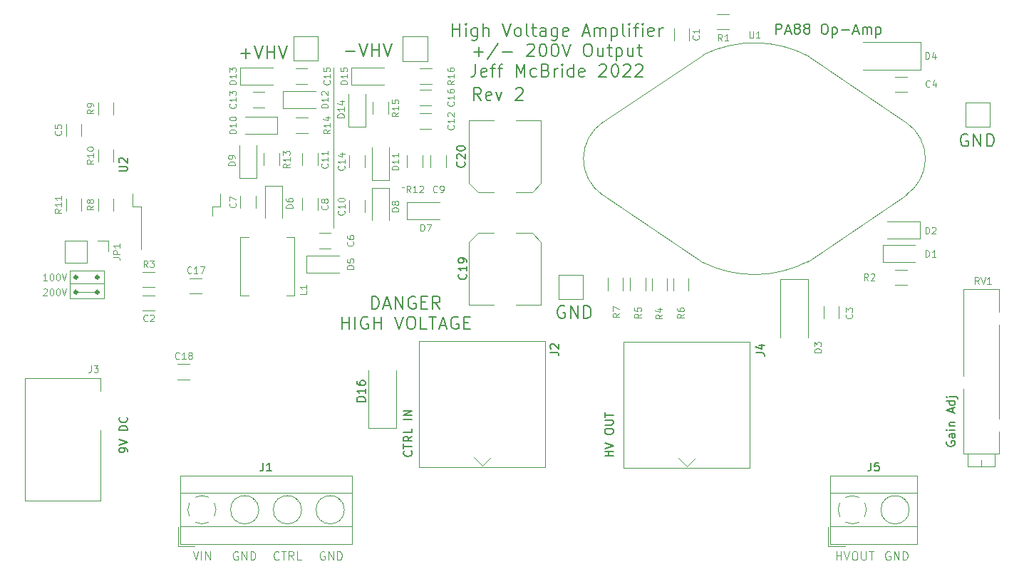
<source format=gbr>
%TF.GenerationSoftware,KiCad,Pcbnew,6.0.4-6f826c9f35~116~ubuntu21.10.1*%
%TF.CreationDate,2022-05-06T18:09:40-07:00*%
%TF.ProjectId,HV_Amplifier,48565f41-6d70-46c6-9966-6965722e6b69,rev?*%
%TF.SameCoordinates,Original*%
%TF.FileFunction,Legend,Top*%
%TF.FilePolarity,Positive*%
%FSLAX46Y46*%
G04 Gerber Fmt 4.6, Leading zero omitted, Abs format (unit mm)*
G04 Created by KiCad (PCBNEW 6.0.4-6f826c9f35~116~ubuntu21.10.1) date 2022-05-06 18:09:40*
%MOMM*%
%LPD*%
G01*
G04 APERTURE LIST*
%ADD10C,0.120000*%
%ADD11C,0.314000*%
%ADD12C,0.150000*%
%ADD13C,0.200000*%
G04 APERTURE END LIST*
D10*
X137012000Y-89134000D02*
X139552000Y-89134000D01*
X176006000Y-76652000D02*
X175752000Y-76652000D01*
D11*
X137169000Y-87356000D02*
G75*
G03*
X137169000Y-87356000I-157000J0D01*
G01*
D10*
X140314000Y-88118000D02*
X136250000Y-88118000D01*
X136250000Y-88118000D02*
X136250000Y-89896000D01*
X140314000Y-86594000D02*
X140314000Y-88118000D01*
D11*
X137169000Y-89134000D02*
G75*
G03*
X137169000Y-89134000I-157000J0D01*
G01*
D10*
X136250000Y-88118000D02*
X136250000Y-86594000D01*
X136250000Y-89896000D02*
X140314000Y-89896000D01*
D11*
X139709000Y-89134000D02*
G75*
G03*
X139709000Y-89134000I-157000J0D01*
G01*
D10*
X136250000Y-86594000D02*
X140314000Y-86594000D01*
X167624000Y-62428000D02*
X167624000Y-81478000D01*
D11*
X139709000Y-87356000D02*
G75*
G03*
X139709000Y-87356000I-157000J0D01*
G01*
D10*
X140314000Y-89896000D02*
X140314000Y-88118000D01*
D12*
X195067142Y-90820000D02*
X194924285Y-90748571D01*
X194710000Y-90748571D01*
X194495714Y-90820000D01*
X194352857Y-90962857D01*
X194281428Y-91105714D01*
X194210000Y-91391428D01*
X194210000Y-91605714D01*
X194281428Y-91891428D01*
X194352857Y-92034285D01*
X194495714Y-92177142D01*
X194710000Y-92248571D01*
X194852857Y-92248571D01*
X195067142Y-92177142D01*
X195138571Y-92105714D01*
X195138571Y-91605714D01*
X194852857Y-91605714D01*
X195781428Y-92248571D02*
X195781428Y-90748571D01*
X196638571Y-92248571D01*
X196638571Y-90748571D01*
X197352857Y-92248571D02*
X197352857Y-90748571D01*
X197710000Y-90748571D01*
X197924285Y-90820000D01*
X198067142Y-90962857D01*
X198138571Y-91105714D01*
X198210000Y-91391428D01*
X198210000Y-91605714D01*
X198138571Y-91891428D01*
X198067142Y-92034285D01*
X197924285Y-92177142D01*
X197710000Y-92248571D01*
X197352857Y-92248571D01*
D13*
X169045142Y-60503142D02*
X170188000Y-60503142D01*
X170688000Y-59574571D02*
X171188000Y-61074571D01*
X171688000Y-59574571D01*
X172188000Y-61074571D02*
X172188000Y-59574571D01*
X172188000Y-60288857D02*
X173045142Y-60288857D01*
X173045142Y-61074571D02*
X173045142Y-59574571D01*
X173545142Y-59574571D02*
X174045142Y-61074571D01*
X174545142Y-59574571D01*
D12*
X181777142Y-58693571D02*
X181777142Y-57193571D01*
X181777142Y-57907857D02*
X182634285Y-57907857D01*
X182634285Y-58693571D02*
X182634285Y-57193571D01*
X183348571Y-58693571D02*
X183348571Y-57693571D01*
X183348571Y-57193571D02*
X183277142Y-57265000D01*
X183348571Y-57336428D01*
X183420000Y-57265000D01*
X183348571Y-57193571D01*
X183348571Y-57336428D01*
X184705714Y-57693571D02*
X184705714Y-58907857D01*
X184634285Y-59050714D01*
X184562857Y-59122142D01*
X184420000Y-59193571D01*
X184205714Y-59193571D01*
X184062857Y-59122142D01*
X184705714Y-58622142D02*
X184562857Y-58693571D01*
X184277142Y-58693571D01*
X184134285Y-58622142D01*
X184062857Y-58550714D01*
X183991428Y-58407857D01*
X183991428Y-57979285D01*
X184062857Y-57836428D01*
X184134285Y-57765000D01*
X184277142Y-57693571D01*
X184562857Y-57693571D01*
X184705714Y-57765000D01*
X185420000Y-58693571D02*
X185420000Y-57193571D01*
X186062857Y-58693571D02*
X186062857Y-57907857D01*
X185991428Y-57765000D01*
X185848571Y-57693571D01*
X185634285Y-57693571D01*
X185491428Y-57765000D01*
X185420000Y-57836428D01*
X187705714Y-57193571D02*
X188205714Y-58693571D01*
X188705714Y-57193571D01*
X189420000Y-58693571D02*
X189277142Y-58622142D01*
X189205714Y-58550714D01*
X189134285Y-58407857D01*
X189134285Y-57979285D01*
X189205714Y-57836428D01*
X189277142Y-57765000D01*
X189420000Y-57693571D01*
X189634285Y-57693571D01*
X189777142Y-57765000D01*
X189848571Y-57836428D01*
X189920000Y-57979285D01*
X189920000Y-58407857D01*
X189848571Y-58550714D01*
X189777142Y-58622142D01*
X189634285Y-58693571D01*
X189420000Y-58693571D01*
X190777142Y-58693571D02*
X190634285Y-58622142D01*
X190562857Y-58479285D01*
X190562857Y-57193571D01*
X191134285Y-57693571D02*
X191705714Y-57693571D01*
X191348571Y-57193571D02*
X191348571Y-58479285D01*
X191420000Y-58622142D01*
X191562857Y-58693571D01*
X191705714Y-58693571D01*
X192848571Y-58693571D02*
X192848571Y-57907857D01*
X192777142Y-57765000D01*
X192634285Y-57693571D01*
X192348571Y-57693571D01*
X192205714Y-57765000D01*
X192848571Y-58622142D02*
X192705714Y-58693571D01*
X192348571Y-58693571D01*
X192205714Y-58622142D01*
X192134285Y-58479285D01*
X192134285Y-58336428D01*
X192205714Y-58193571D01*
X192348571Y-58122142D01*
X192705714Y-58122142D01*
X192848571Y-58050714D01*
X194205714Y-57693571D02*
X194205714Y-58907857D01*
X194134285Y-59050714D01*
X194062857Y-59122142D01*
X193920000Y-59193571D01*
X193705714Y-59193571D01*
X193562857Y-59122142D01*
X194205714Y-58622142D02*
X194062857Y-58693571D01*
X193777142Y-58693571D01*
X193634285Y-58622142D01*
X193562857Y-58550714D01*
X193491428Y-58407857D01*
X193491428Y-57979285D01*
X193562857Y-57836428D01*
X193634285Y-57765000D01*
X193777142Y-57693571D01*
X194062857Y-57693571D01*
X194205714Y-57765000D01*
X195491428Y-58622142D02*
X195348571Y-58693571D01*
X195062857Y-58693571D01*
X194920000Y-58622142D01*
X194848571Y-58479285D01*
X194848571Y-57907857D01*
X194920000Y-57765000D01*
X195062857Y-57693571D01*
X195348571Y-57693571D01*
X195491428Y-57765000D01*
X195562857Y-57907857D01*
X195562857Y-58050714D01*
X194848571Y-58193571D01*
X197277142Y-58265000D02*
X197991428Y-58265000D01*
X197134285Y-58693571D02*
X197634285Y-57193571D01*
X198134285Y-58693571D01*
X198634285Y-58693571D02*
X198634285Y-57693571D01*
X198634285Y-57836428D02*
X198705714Y-57765000D01*
X198848571Y-57693571D01*
X199062857Y-57693571D01*
X199205714Y-57765000D01*
X199277142Y-57907857D01*
X199277142Y-58693571D01*
X199277142Y-57907857D02*
X199348571Y-57765000D01*
X199491428Y-57693571D01*
X199705714Y-57693571D01*
X199848571Y-57765000D01*
X199920000Y-57907857D01*
X199920000Y-58693571D01*
X200634285Y-57693571D02*
X200634285Y-59193571D01*
X200634285Y-57765000D02*
X200777142Y-57693571D01*
X201062857Y-57693571D01*
X201205714Y-57765000D01*
X201277142Y-57836428D01*
X201348571Y-57979285D01*
X201348571Y-58407857D01*
X201277142Y-58550714D01*
X201205714Y-58622142D01*
X201062857Y-58693571D01*
X200777142Y-58693571D01*
X200634285Y-58622142D01*
X202205714Y-58693571D02*
X202062857Y-58622142D01*
X201991428Y-58479285D01*
X201991428Y-57193571D01*
X202777142Y-58693571D02*
X202777142Y-57693571D01*
X202777142Y-57193571D02*
X202705714Y-57265000D01*
X202777142Y-57336428D01*
X202848571Y-57265000D01*
X202777142Y-57193571D01*
X202777142Y-57336428D01*
X203277142Y-57693571D02*
X203848571Y-57693571D01*
X203491428Y-58693571D02*
X203491428Y-57407857D01*
X203562857Y-57265000D01*
X203705714Y-57193571D01*
X203848571Y-57193571D01*
X204348571Y-58693571D02*
X204348571Y-57693571D01*
X204348571Y-57193571D02*
X204277142Y-57265000D01*
X204348571Y-57336428D01*
X204420000Y-57265000D01*
X204348571Y-57193571D01*
X204348571Y-57336428D01*
X205634285Y-58622142D02*
X205491428Y-58693571D01*
X205205714Y-58693571D01*
X205062857Y-58622142D01*
X204991428Y-58479285D01*
X204991428Y-57907857D01*
X205062857Y-57765000D01*
X205205714Y-57693571D01*
X205491428Y-57693571D01*
X205634285Y-57765000D01*
X205705714Y-57907857D01*
X205705714Y-58050714D01*
X204991428Y-58193571D01*
X206348571Y-58693571D02*
X206348571Y-57693571D01*
X206348571Y-57979285D02*
X206420000Y-57836428D01*
X206491428Y-57765000D01*
X206634285Y-57693571D01*
X206777142Y-57693571D01*
X184277142Y-60537142D02*
X185420000Y-60537142D01*
X184848571Y-61108571D02*
X184848571Y-59965714D01*
X187205714Y-59537142D02*
X185920000Y-61465714D01*
X187705714Y-60537142D02*
X188848571Y-60537142D01*
X190634285Y-59751428D02*
X190705714Y-59680000D01*
X190848571Y-59608571D01*
X191205714Y-59608571D01*
X191348571Y-59680000D01*
X191420000Y-59751428D01*
X191491428Y-59894285D01*
X191491428Y-60037142D01*
X191420000Y-60251428D01*
X190562857Y-61108571D01*
X191491428Y-61108571D01*
X192420000Y-59608571D02*
X192562857Y-59608571D01*
X192705714Y-59680000D01*
X192777142Y-59751428D01*
X192848571Y-59894285D01*
X192920000Y-60180000D01*
X192920000Y-60537142D01*
X192848571Y-60822857D01*
X192777142Y-60965714D01*
X192705714Y-61037142D01*
X192562857Y-61108571D01*
X192420000Y-61108571D01*
X192277142Y-61037142D01*
X192205714Y-60965714D01*
X192134285Y-60822857D01*
X192062857Y-60537142D01*
X192062857Y-60180000D01*
X192134285Y-59894285D01*
X192205714Y-59751428D01*
X192277142Y-59680000D01*
X192420000Y-59608571D01*
X193848571Y-59608571D02*
X193991428Y-59608571D01*
X194134285Y-59680000D01*
X194205714Y-59751428D01*
X194277142Y-59894285D01*
X194348571Y-60180000D01*
X194348571Y-60537142D01*
X194277142Y-60822857D01*
X194205714Y-60965714D01*
X194134285Y-61037142D01*
X193991428Y-61108571D01*
X193848571Y-61108571D01*
X193705714Y-61037142D01*
X193634285Y-60965714D01*
X193562857Y-60822857D01*
X193491428Y-60537142D01*
X193491428Y-60180000D01*
X193562857Y-59894285D01*
X193634285Y-59751428D01*
X193705714Y-59680000D01*
X193848571Y-59608571D01*
X194777142Y-59608571D02*
X195277142Y-61108571D01*
X195777142Y-59608571D01*
X197705714Y-59608571D02*
X197991428Y-59608571D01*
X198134285Y-59680000D01*
X198277142Y-59822857D01*
X198348571Y-60108571D01*
X198348571Y-60608571D01*
X198277142Y-60894285D01*
X198134285Y-61037142D01*
X197991428Y-61108571D01*
X197705714Y-61108571D01*
X197562857Y-61037142D01*
X197420000Y-60894285D01*
X197348571Y-60608571D01*
X197348571Y-60108571D01*
X197420000Y-59822857D01*
X197562857Y-59680000D01*
X197705714Y-59608571D01*
X199634285Y-60108571D02*
X199634285Y-61108571D01*
X198991428Y-60108571D02*
X198991428Y-60894285D01*
X199062857Y-61037142D01*
X199205714Y-61108571D01*
X199420000Y-61108571D01*
X199562857Y-61037142D01*
X199634285Y-60965714D01*
X200134285Y-60108571D02*
X200705714Y-60108571D01*
X200348571Y-59608571D02*
X200348571Y-60894285D01*
X200420000Y-61037142D01*
X200562857Y-61108571D01*
X200705714Y-61108571D01*
X201205714Y-60108571D02*
X201205714Y-61608571D01*
X201205714Y-60180000D02*
X201348571Y-60108571D01*
X201634285Y-60108571D01*
X201777142Y-60180000D01*
X201848571Y-60251428D01*
X201920000Y-60394285D01*
X201920000Y-60822857D01*
X201848571Y-60965714D01*
X201777142Y-61037142D01*
X201634285Y-61108571D01*
X201348571Y-61108571D01*
X201205714Y-61037142D01*
X203205714Y-60108571D02*
X203205714Y-61108571D01*
X202562857Y-60108571D02*
X202562857Y-60894285D01*
X202634285Y-61037142D01*
X202777142Y-61108571D01*
X202991428Y-61108571D01*
X203134285Y-61037142D01*
X203205714Y-60965714D01*
X203705714Y-60108571D02*
X204277142Y-60108571D01*
X203920000Y-59608571D02*
X203920000Y-60894285D01*
X203991428Y-61037142D01*
X204134285Y-61108571D01*
X204277142Y-61108571D01*
X184491428Y-62023571D02*
X184491428Y-63095000D01*
X184420000Y-63309285D01*
X184277142Y-63452142D01*
X184062857Y-63523571D01*
X183920000Y-63523571D01*
X185777142Y-63452142D02*
X185634285Y-63523571D01*
X185348571Y-63523571D01*
X185205714Y-63452142D01*
X185134285Y-63309285D01*
X185134285Y-62737857D01*
X185205714Y-62595000D01*
X185348571Y-62523571D01*
X185634285Y-62523571D01*
X185777142Y-62595000D01*
X185848571Y-62737857D01*
X185848571Y-62880714D01*
X185134285Y-63023571D01*
X186277142Y-62523571D02*
X186848571Y-62523571D01*
X186491428Y-63523571D02*
X186491428Y-62237857D01*
X186562857Y-62095000D01*
X186705714Y-62023571D01*
X186848571Y-62023571D01*
X187134285Y-62523571D02*
X187705714Y-62523571D01*
X187348571Y-63523571D02*
X187348571Y-62237857D01*
X187420000Y-62095000D01*
X187562857Y-62023571D01*
X187705714Y-62023571D01*
X189348571Y-63523571D02*
X189348571Y-62023571D01*
X189848571Y-63095000D01*
X190348571Y-62023571D01*
X190348571Y-63523571D01*
X191705714Y-63452142D02*
X191562857Y-63523571D01*
X191277142Y-63523571D01*
X191134285Y-63452142D01*
X191062857Y-63380714D01*
X190991428Y-63237857D01*
X190991428Y-62809285D01*
X191062857Y-62666428D01*
X191134285Y-62595000D01*
X191277142Y-62523571D01*
X191562857Y-62523571D01*
X191705714Y-62595000D01*
X192848571Y-62737857D02*
X193062857Y-62809285D01*
X193134285Y-62880714D01*
X193205714Y-63023571D01*
X193205714Y-63237857D01*
X193134285Y-63380714D01*
X193062857Y-63452142D01*
X192920000Y-63523571D01*
X192348571Y-63523571D01*
X192348571Y-62023571D01*
X192848571Y-62023571D01*
X192991428Y-62095000D01*
X193062857Y-62166428D01*
X193134285Y-62309285D01*
X193134285Y-62452142D01*
X193062857Y-62595000D01*
X192991428Y-62666428D01*
X192848571Y-62737857D01*
X192348571Y-62737857D01*
X193848571Y-63523571D02*
X193848571Y-62523571D01*
X193848571Y-62809285D02*
X193920000Y-62666428D01*
X193991428Y-62595000D01*
X194134285Y-62523571D01*
X194277142Y-62523571D01*
X194777142Y-63523571D02*
X194777142Y-62523571D01*
X194777142Y-62023571D02*
X194705714Y-62095000D01*
X194777142Y-62166428D01*
X194848571Y-62095000D01*
X194777142Y-62023571D01*
X194777142Y-62166428D01*
X196134285Y-63523571D02*
X196134285Y-62023571D01*
X196134285Y-63452142D02*
X195991428Y-63523571D01*
X195705714Y-63523571D01*
X195562857Y-63452142D01*
X195491428Y-63380714D01*
X195420000Y-63237857D01*
X195420000Y-62809285D01*
X195491428Y-62666428D01*
X195562857Y-62595000D01*
X195705714Y-62523571D01*
X195991428Y-62523571D01*
X196134285Y-62595000D01*
X197420000Y-63452142D02*
X197277142Y-63523571D01*
X196991428Y-63523571D01*
X196848571Y-63452142D01*
X196777142Y-63309285D01*
X196777142Y-62737857D01*
X196848571Y-62595000D01*
X196991428Y-62523571D01*
X197277142Y-62523571D01*
X197420000Y-62595000D01*
X197491428Y-62737857D01*
X197491428Y-62880714D01*
X196777142Y-63023571D01*
X199205714Y-62166428D02*
X199277142Y-62095000D01*
X199420000Y-62023571D01*
X199777142Y-62023571D01*
X199920000Y-62095000D01*
X199991428Y-62166428D01*
X200062857Y-62309285D01*
X200062857Y-62452142D01*
X199991428Y-62666428D01*
X199134285Y-63523571D01*
X200062857Y-63523571D01*
X200991428Y-62023571D02*
X201134285Y-62023571D01*
X201277142Y-62095000D01*
X201348571Y-62166428D01*
X201420000Y-62309285D01*
X201491428Y-62595000D01*
X201491428Y-62952142D01*
X201420000Y-63237857D01*
X201348571Y-63380714D01*
X201277142Y-63452142D01*
X201134285Y-63523571D01*
X200991428Y-63523571D01*
X200848571Y-63452142D01*
X200777142Y-63380714D01*
X200705714Y-63237857D01*
X200634285Y-62952142D01*
X200634285Y-62595000D01*
X200705714Y-62309285D01*
X200777142Y-62166428D01*
X200848571Y-62095000D01*
X200991428Y-62023571D01*
X202062857Y-62166428D02*
X202134285Y-62095000D01*
X202277142Y-62023571D01*
X202634285Y-62023571D01*
X202777142Y-62095000D01*
X202848571Y-62166428D01*
X202920000Y-62309285D01*
X202920000Y-62452142D01*
X202848571Y-62666428D01*
X201991428Y-63523571D01*
X202920000Y-63523571D01*
X203491428Y-62166428D02*
X203562857Y-62095000D01*
X203705714Y-62023571D01*
X204062857Y-62023571D01*
X204205714Y-62095000D01*
X204277142Y-62166428D01*
X204348571Y-62309285D01*
X204348571Y-62452142D01*
X204277142Y-62666428D01*
X203420000Y-63523571D01*
X204348571Y-63523571D01*
D10*
X166538095Y-120000000D02*
X166442857Y-119952380D01*
X166300000Y-119952380D01*
X166157142Y-120000000D01*
X166061904Y-120095238D01*
X166014285Y-120190476D01*
X165966666Y-120380952D01*
X165966666Y-120523809D01*
X166014285Y-120714285D01*
X166061904Y-120809523D01*
X166157142Y-120904761D01*
X166300000Y-120952380D01*
X166395238Y-120952380D01*
X166538095Y-120904761D01*
X166585714Y-120857142D01*
X166585714Y-120523809D01*
X166395238Y-120523809D01*
X167014285Y-120952380D02*
X167014285Y-119952380D01*
X167585714Y-120952380D01*
X167585714Y-119952380D01*
X168061904Y-120952380D02*
X168061904Y-119952380D01*
X168300000Y-119952380D01*
X168442857Y-120000000D01*
X168538095Y-120095238D01*
X168585714Y-120190476D01*
X168633333Y-120380952D01*
X168633333Y-120523809D01*
X168585714Y-120714285D01*
X168538095Y-120809523D01*
X168442857Y-120904761D01*
X168300000Y-120952380D01*
X168061904Y-120952380D01*
X156238095Y-120000000D02*
X156142857Y-119952380D01*
X156000000Y-119952380D01*
X155857142Y-120000000D01*
X155761904Y-120095238D01*
X155714285Y-120190476D01*
X155666666Y-120380952D01*
X155666666Y-120523809D01*
X155714285Y-120714285D01*
X155761904Y-120809523D01*
X155857142Y-120904761D01*
X156000000Y-120952380D01*
X156095238Y-120952380D01*
X156238095Y-120904761D01*
X156285714Y-120857142D01*
X156285714Y-120523809D01*
X156095238Y-120523809D01*
X156714285Y-120952380D02*
X156714285Y-119952380D01*
X157285714Y-120952380D01*
X157285714Y-119952380D01*
X157761904Y-120952380D02*
X157761904Y-119952380D01*
X158000000Y-119952380D01*
X158142857Y-120000000D01*
X158238095Y-120095238D01*
X158285714Y-120190476D01*
X158333333Y-120380952D01*
X158333333Y-120523809D01*
X158285714Y-120714285D01*
X158238095Y-120809523D01*
X158142857Y-120904761D01*
X158000000Y-120952380D01*
X157761904Y-120952380D01*
D12*
X240500000Y-106880952D02*
X240452380Y-106976190D01*
X240452380Y-107119047D01*
X240500000Y-107261904D01*
X240595238Y-107357142D01*
X240690476Y-107404761D01*
X240880952Y-107452380D01*
X241023809Y-107452380D01*
X241214285Y-107404761D01*
X241309523Y-107357142D01*
X241404761Y-107261904D01*
X241452380Y-107119047D01*
X241452380Y-107023809D01*
X241404761Y-106880952D01*
X241357142Y-106833333D01*
X241023809Y-106833333D01*
X241023809Y-107023809D01*
X241452380Y-105976190D02*
X240928571Y-105976190D01*
X240833333Y-106023809D01*
X240785714Y-106119047D01*
X240785714Y-106309523D01*
X240833333Y-106404761D01*
X241404761Y-105976190D02*
X241452380Y-106071428D01*
X241452380Y-106309523D01*
X241404761Y-106404761D01*
X241309523Y-106452380D01*
X241214285Y-106452380D01*
X241119047Y-106404761D01*
X241071428Y-106309523D01*
X241071428Y-106071428D01*
X241023809Y-105976190D01*
X241452380Y-105500000D02*
X240785714Y-105500000D01*
X240452380Y-105500000D02*
X240500000Y-105547619D01*
X240547619Y-105500000D01*
X240500000Y-105452380D01*
X240452380Y-105500000D01*
X240547619Y-105500000D01*
X240785714Y-105023809D02*
X241452380Y-105023809D01*
X240880952Y-105023809D02*
X240833333Y-104976190D01*
X240785714Y-104880952D01*
X240785714Y-104738095D01*
X240833333Y-104642857D01*
X240928571Y-104595238D01*
X241452380Y-104595238D01*
X241166666Y-103404761D02*
X241166666Y-102928571D01*
X241452380Y-103500000D02*
X240452380Y-103166666D01*
X241452380Y-102833333D01*
X241452380Y-102071428D02*
X240452380Y-102071428D01*
X241404761Y-102071428D02*
X241452380Y-102166666D01*
X241452380Y-102357142D01*
X241404761Y-102452380D01*
X241357142Y-102500000D01*
X241261904Y-102547619D01*
X240976190Y-102547619D01*
X240880952Y-102500000D01*
X240833333Y-102452380D01*
X240785714Y-102357142D01*
X240785714Y-102166666D01*
X240833333Y-102071428D01*
X240785714Y-101595238D02*
X241642857Y-101595238D01*
X241738095Y-101642857D01*
X241785714Y-101738095D01*
X241785714Y-101785714D01*
X240452380Y-101595238D02*
X240500000Y-101642857D01*
X240547619Y-101595238D01*
X240500000Y-101547619D01*
X240452380Y-101595238D01*
X240547619Y-101595238D01*
X242957142Y-70360000D02*
X242814285Y-70288571D01*
X242600000Y-70288571D01*
X242385714Y-70360000D01*
X242242857Y-70502857D01*
X242171428Y-70645714D01*
X242100000Y-70931428D01*
X242100000Y-71145714D01*
X242171428Y-71431428D01*
X242242857Y-71574285D01*
X242385714Y-71717142D01*
X242600000Y-71788571D01*
X242742857Y-71788571D01*
X242957142Y-71717142D01*
X243028571Y-71645714D01*
X243028571Y-71145714D01*
X242742857Y-71145714D01*
X243671428Y-71788571D02*
X243671428Y-70288571D01*
X244528571Y-71788571D01*
X244528571Y-70288571D01*
X245242857Y-71788571D02*
X245242857Y-70288571D01*
X245600000Y-70288571D01*
X245814285Y-70360000D01*
X245957142Y-70502857D01*
X246028571Y-70645714D01*
X246100000Y-70931428D01*
X246100000Y-71145714D01*
X246028571Y-71431428D01*
X245957142Y-71574285D01*
X245814285Y-71717142D01*
X245600000Y-71788571D01*
X245242857Y-71788571D01*
X200852380Y-108623809D02*
X199852380Y-108623809D01*
X200328571Y-108623809D02*
X200328571Y-108052380D01*
X200852380Y-108052380D02*
X199852380Y-108052380D01*
X199852380Y-107719047D02*
X200852380Y-107385714D01*
X199852380Y-107052380D01*
X199852380Y-105766666D02*
X199852380Y-105576190D01*
X199900000Y-105480952D01*
X199995238Y-105385714D01*
X200185714Y-105338095D01*
X200519047Y-105338095D01*
X200709523Y-105385714D01*
X200804761Y-105480952D01*
X200852380Y-105576190D01*
X200852380Y-105766666D01*
X200804761Y-105861904D01*
X200709523Y-105957142D01*
X200519047Y-106004761D01*
X200185714Y-106004761D01*
X199995238Y-105957142D01*
X199900000Y-105861904D01*
X199852380Y-105766666D01*
X199852380Y-104909523D02*
X200661904Y-104909523D01*
X200757142Y-104861904D01*
X200804761Y-104814285D01*
X200852380Y-104719047D01*
X200852380Y-104528571D01*
X200804761Y-104433333D01*
X200757142Y-104385714D01*
X200661904Y-104338095D01*
X199852380Y-104338095D01*
X199852380Y-104004761D02*
X199852380Y-103433333D01*
X200852380Y-103719047D02*
X199852380Y-103719047D01*
D10*
X161123809Y-120857142D02*
X161076190Y-120904761D01*
X160933333Y-120952380D01*
X160838095Y-120952380D01*
X160695238Y-120904761D01*
X160600000Y-120809523D01*
X160552380Y-120714285D01*
X160504761Y-120523809D01*
X160504761Y-120380952D01*
X160552380Y-120190476D01*
X160600000Y-120095238D01*
X160695238Y-120000000D01*
X160838095Y-119952380D01*
X160933333Y-119952380D01*
X161076190Y-120000000D01*
X161123809Y-120047619D01*
X161409523Y-119952380D02*
X161980952Y-119952380D01*
X161695238Y-120952380D02*
X161695238Y-119952380D01*
X162885714Y-120952380D02*
X162552380Y-120476190D01*
X162314285Y-120952380D02*
X162314285Y-119952380D01*
X162695238Y-119952380D01*
X162790476Y-120000000D01*
X162838095Y-120047619D01*
X162885714Y-120142857D01*
X162885714Y-120285714D01*
X162838095Y-120380952D01*
X162790476Y-120428571D01*
X162695238Y-120476190D01*
X162314285Y-120476190D01*
X163790476Y-120952380D02*
X163314285Y-120952380D01*
X163314285Y-119952380D01*
X233738095Y-120000000D02*
X233642857Y-119952380D01*
X233500000Y-119952380D01*
X233357142Y-120000000D01*
X233261904Y-120095238D01*
X233214285Y-120190476D01*
X233166666Y-120380952D01*
X233166666Y-120523809D01*
X233214285Y-120714285D01*
X233261904Y-120809523D01*
X233357142Y-120904761D01*
X233500000Y-120952380D01*
X233595238Y-120952380D01*
X233738095Y-120904761D01*
X233785714Y-120857142D01*
X233785714Y-120523809D01*
X233595238Y-120523809D01*
X234214285Y-120952380D02*
X234214285Y-119952380D01*
X234785714Y-120952380D01*
X234785714Y-119952380D01*
X235261904Y-120952380D02*
X235261904Y-119952380D01*
X235500000Y-119952380D01*
X235642857Y-120000000D01*
X235738095Y-120095238D01*
X235785714Y-120190476D01*
X235833333Y-120380952D01*
X235833333Y-120523809D01*
X235785714Y-120714285D01*
X235738095Y-120809523D01*
X235642857Y-120904761D01*
X235500000Y-120952380D01*
X235261904Y-120952380D01*
D12*
X220200000Y-58442857D02*
X220200000Y-57242857D01*
X220657142Y-57242857D01*
X220771428Y-57300000D01*
X220828571Y-57357142D01*
X220885714Y-57471428D01*
X220885714Y-57642857D01*
X220828571Y-57757142D01*
X220771428Y-57814285D01*
X220657142Y-57871428D01*
X220200000Y-57871428D01*
X221342857Y-58100000D02*
X221914285Y-58100000D01*
X221228571Y-58442857D02*
X221628571Y-57242857D01*
X222028571Y-58442857D01*
X222600000Y-57757142D02*
X222485714Y-57700000D01*
X222428571Y-57642857D01*
X222371428Y-57528571D01*
X222371428Y-57471428D01*
X222428571Y-57357142D01*
X222485714Y-57300000D01*
X222600000Y-57242857D01*
X222828571Y-57242857D01*
X222942857Y-57300000D01*
X223000000Y-57357142D01*
X223057142Y-57471428D01*
X223057142Y-57528571D01*
X223000000Y-57642857D01*
X222942857Y-57700000D01*
X222828571Y-57757142D01*
X222600000Y-57757142D01*
X222485714Y-57814285D01*
X222428571Y-57871428D01*
X222371428Y-57985714D01*
X222371428Y-58214285D01*
X222428571Y-58328571D01*
X222485714Y-58385714D01*
X222600000Y-58442857D01*
X222828571Y-58442857D01*
X222942857Y-58385714D01*
X223000000Y-58328571D01*
X223057142Y-58214285D01*
X223057142Y-57985714D01*
X223000000Y-57871428D01*
X222942857Y-57814285D01*
X222828571Y-57757142D01*
X223742857Y-57757142D02*
X223628571Y-57700000D01*
X223571428Y-57642857D01*
X223514285Y-57528571D01*
X223514285Y-57471428D01*
X223571428Y-57357142D01*
X223628571Y-57300000D01*
X223742857Y-57242857D01*
X223971428Y-57242857D01*
X224085714Y-57300000D01*
X224142857Y-57357142D01*
X224200000Y-57471428D01*
X224200000Y-57528571D01*
X224142857Y-57642857D01*
X224085714Y-57700000D01*
X223971428Y-57757142D01*
X223742857Y-57757142D01*
X223628571Y-57814285D01*
X223571428Y-57871428D01*
X223514285Y-57985714D01*
X223514285Y-58214285D01*
X223571428Y-58328571D01*
X223628571Y-58385714D01*
X223742857Y-58442857D01*
X223971428Y-58442857D01*
X224085714Y-58385714D01*
X224142857Y-58328571D01*
X224200000Y-58214285D01*
X224200000Y-57985714D01*
X224142857Y-57871428D01*
X224085714Y-57814285D01*
X223971428Y-57757142D01*
X225857142Y-57242857D02*
X226085714Y-57242857D01*
X226200000Y-57300000D01*
X226314285Y-57414285D01*
X226371428Y-57642857D01*
X226371428Y-58042857D01*
X226314285Y-58271428D01*
X226200000Y-58385714D01*
X226085714Y-58442857D01*
X225857142Y-58442857D01*
X225742857Y-58385714D01*
X225628571Y-58271428D01*
X225571428Y-58042857D01*
X225571428Y-57642857D01*
X225628571Y-57414285D01*
X225742857Y-57300000D01*
X225857142Y-57242857D01*
X226885714Y-57642857D02*
X226885714Y-58842857D01*
X226885714Y-57700000D02*
X227000000Y-57642857D01*
X227228571Y-57642857D01*
X227342857Y-57700000D01*
X227400000Y-57757142D01*
X227457142Y-57871428D01*
X227457142Y-58214285D01*
X227400000Y-58328571D01*
X227342857Y-58385714D01*
X227228571Y-58442857D01*
X227000000Y-58442857D01*
X226885714Y-58385714D01*
X227971428Y-57985714D02*
X228885714Y-57985714D01*
X229400000Y-58100000D02*
X229971428Y-58100000D01*
X229285714Y-58442857D02*
X229685714Y-57242857D01*
X230085714Y-58442857D01*
X230485714Y-58442857D02*
X230485714Y-57642857D01*
X230485714Y-57757142D02*
X230542857Y-57700000D01*
X230657142Y-57642857D01*
X230828571Y-57642857D01*
X230942857Y-57700000D01*
X231000000Y-57814285D01*
X231000000Y-58442857D01*
X231000000Y-57814285D02*
X231057142Y-57700000D01*
X231171428Y-57642857D01*
X231342857Y-57642857D01*
X231457142Y-57700000D01*
X231514285Y-57814285D01*
X231514285Y-58442857D01*
X232085714Y-57642857D02*
X232085714Y-58842857D01*
X232085714Y-57700000D02*
X232200000Y-57642857D01*
X232428571Y-57642857D01*
X232542857Y-57700000D01*
X232600000Y-57757142D01*
X232657142Y-57871428D01*
X232657142Y-58214285D01*
X232600000Y-58328571D01*
X232542857Y-58385714D01*
X232428571Y-58442857D01*
X232200000Y-58442857D01*
X232085714Y-58385714D01*
D10*
X150904761Y-119952380D02*
X151238095Y-120952380D01*
X151571428Y-119952380D01*
X151904761Y-120952380D02*
X151904761Y-119952380D01*
X152380952Y-120952380D02*
X152380952Y-119952380D01*
X152952380Y-120952380D01*
X152952380Y-119952380D01*
D12*
X176857142Y-108019047D02*
X176904761Y-108066666D01*
X176952380Y-108209523D01*
X176952380Y-108304761D01*
X176904761Y-108447619D01*
X176809523Y-108542857D01*
X176714285Y-108590476D01*
X176523809Y-108638095D01*
X176380952Y-108638095D01*
X176190476Y-108590476D01*
X176095238Y-108542857D01*
X176000000Y-108447619D01*
X175952380Y-108304761D01*
X175952380Y-108209523D01*
X176000000Y-108066666D01*
X176047619Y-108019047D01*
X175952380Y-107733333D02*
X175952380Y-107161904D01*
X176952380Y-107447619D02*
X175952380Y-107447619D01*
X176952380Y-106257142D02*
X176476190Y-106590476D01*
X176952380Y-106828571D02*
X175952380Y-106828571D01*
X175952380Y-106447619D01*
X176000000Y-106352380D01*
X176047619Y-106304761D01*
X176142857Y-106257142D01*
X176285714Y-106257142D01*
X176380952Y-106304761D01*
X176428571Y-106352380D01*
X176476190Y-106447619D01*
X176476190Y-106828571D01*
X176952380Y-105352380D02*
X176952380Y-105828571D01*
X175952380Y-105828571D01*
X176952380Y-104257142D02*
X175952380Y-104257142D01*
X176952380Y-103780952D02*
X175952380Y-103780952D01*
X176952380Y-103209523D01*
X175952380Y-103209523D01*
D13*
X156599142Y-60757142D02*
X157742000Y-60757142D01*
X157170571Y-61328571D02*
X157170571Y-60185714D01*
X158242000Y-59828571D02*
X158742000Y-61328571D01*
X159242000Y-59828571D01*
X159742000Y-61328571D02*
X159742000Y-59828571D01*
X159742000Y-60542857D02*
X160599142Y-60542857D01*
X160599142Y-61328571D02*
X160599142Y-59828571D01*
X161099142Y-59828571D02*
X161599142Y-61328571D01*
X162099142Y-59828571D01*
D10*
X227357142Y-120952380D02*
X227357142Y-119952380D01*
X227357142Y-120428571D02*
X227928571Y-120428571D01*
X227928571Y-120952380D02*
X227928571Y-119952380D01*
X228261904Y-119952380D02*
X228595238Y-120952380D01*
X228928571Y-119952380D01*
X229452380Y-119952380D02*
X229642857Y-119952380D01*
X229738095Y-120000000D01*
X229833333Y-120095238D01*
X229880952Y-120285714D01*
X229880952Y-120619047D01*
X229833333Y-120809523D01*
X229738095Y-120904761D01*
X229642857Y-120952380D01*
X229452380Y-120952380D01*
X229357142Y-120904761D01*
X229261904Y-120809523D01*
X229214285Y-120619047D01*
X229214285Y-120285714D01*
X229261904Y-120095238D01*
X229357142Y-120000000D01*
X229452380Y-119952380D01*
X230309523Y-119952380D02*
X230309523Y-120761904D01*
X230357142Y-120857142D01*
X230404761Y-120904761D01*
X230500000Y-120952380D01*
X230690476Y-120952380D01*
X230785714Y-120904761D01*
X230833333Y-120857142D01*
X230880952Y-120761904D01*
X230880952Y-119952380D01*
X231214285Y-119952380D02*
X231785714Y-119952380D01*
X231500000Y-120952380D02*
X231500000Y-119952380D01*
D12*
X185134285Y-66318571D02*
X184634285Y-65604285D01*
X184277142Y-66318571D02*
X184277142Y-64818571D01*
X184848571Y-64818571D01*
X184991428Y-64890000D01*
X185062857Y-64961428D01*
X185134285Y-65104285D01*
X185134285Y-65318571D01*
X185062857Y-65461428D01*
X184991428Y-65532857D01*
X184848571Y-65604285D01*
X184277142Y-65604285D01*
X186348571Y-66247142D02*
X186205714Y-66318571D01*
X185920000Y-66318571D01*
X185777142Y-66247142D01*
X185705714Y-66104285D01*
X185705714Y-65532857D01*
X185777142Y-65390000D01*
X185920000Y-65318571D01*
X186205714Y-65318571D01*
X186348571Y-65390000D01*
X186420000Y-65532857D01*
X186420000Y-65675714D01*
X185705714Y-65818571D01*
X186920000Y-65318571D02*
X187277142Y-66318571D01*
X187634285Y-65318571D01*
X189277142Y-64961428D02*
X189348571Y-64890000D01*
X189491428Y-64818571D01*
X189848571Y-64818571D01*
X189991428Y-64890000D01*
X190062857Y-64961428D01*
X190134285Y-65104285D01*
X190134285Y-65247142D01*
X190062857Y-65461428D01*
X189205714Y-66318571D01*
X190134285Y-66318571D01*
D13*
X172190000Y-91121071D02*
X172190000Y-89621071D01*
X172547142Y-89621071D01*
X172761428Y-89692500D01*
X172904285Y-89835357D01*
X172975714Y-89978214D01*
X173047142Y-90263928D01*
X173047142Y-90478214D01*
X172975714Y-90763928D01*
X172904285Y-90906785D01*
X172761428Y-91049642D01*
X172547142Y-91121071D01*
X172190000Y-91121071D01*
X173618571Y-90692500D02*
X174332857Y-90692500D01*
X173475714Y-91121071D02*
X173975714Y-89621071D01*
X174475714Y-91121071D01*
X174975714Y-91121071D02*
X174975714Y-89621071D01*
X175832857Y-91121071D01*
X175832857Y-89621071D01*
X177332857Y-89692500D02*
X177190000Y-89621071D01*
X176975714Y-89621071D01*
X176761428Y-89692500D01*
X176618571Y-89835357D01*
X176547142Y-89978214D01*
X176475714Y-90263928D01*
X176475714Y-90478214D01*
X176547142Y-90763928D01*
X176618571Y-90906785D01*
X176761428Y-91049642D01*
X176975714Y-91121071D01*
X177118571Y-91121071D01*
X177332857Y-91049642D01*
X177404285Y-90978214D01*
X177404285Y-90478214D01*
X177118571Y-90478214D01*
X178047142Y-90335357D02*
X178547142Y-90335357D01*
X178761428Y-91121071D02*
X178047142Y-91121071D01*
X178047142Y-89621071D01*
X178761428Y-89621071D01*
X180261428Y-91121071D02*
X179761428Y-90406785D01*
X179404285Y-91121071D02*
X179404285Y-89621071D01*
X179975714Y-89621071D01*
X180118571Y-89692500D01*
X180190000Y-89763928D01*
X180261428Y-89906785D01*
X180261428Y-90121071D01*
X180190000Y-90263928D01*
X180118571Y-90335357D01*
X179975714Y-90406785D01*
X179404285Y-90406785D01*
X168618571Y-93536071D02*
X168618571Y-92036071D01*
X168618571Y-92750357D02*
X169475714Y-92750357D01*
X169475714Y-93536071D02*
X169475714Y-92036071D01*
X170190000Y-93536071D02*
X170190000Y-92036071D01*
X171690000Y-92107500D02*
X171547142Y-92036071D01*
X171332857Y-92036071D01*
X171118571Y-92107500D01*
X170975714Y-92250357D01*
X170904285Y-92393214D01*
X170832857Y-92678928D01*
X170832857Y-92893214D01*
X170904285Y-93178928D01*
X170975714Y-93321785D01*
X171118571Y-93464642D01*
X171332857Y-93536071D01*
X171475714Y-93536071D01*
X171690000Y-93464642D01*
X171761428Y-93393214D01*
X171761428Y-92893214D01*
X171475714Y-92893214D01*
X172404285Y-93536071D02*
X172404285Y-92036071D01*
X172404285Y-92750357D02*
X173261428Y-92750357D01*
X173261428Y-93536071D02*
X173261428Y-92036071D01*
X174904285Y-92036071D02*
X175404285Y-93536071D01*
X175904285Y-92036071D01*
X176690000Y-92036071D02*
X176975714Y-92036071D01*
X177118571Y-92107500D01*
X177261428Y-92250357D01*
X177332857Y-92536071D01*
X177332857Y-93036071D01*
X177261428Y-93321785D01*
X177118571Y-93464642D01*
X176975714Y-93536071D01*
X176690000Y-93536071D01*
X176547142Y-93464642D01*
X176404285Y-93321785D01*
X176332857Y-93036071D01*
X176332857Y-92536071D01*
X176404285Y-92250357D01*
X176547142Y-92107500D01*
X176690000Y-92036071D01*
X178690000Y-93536071D02*
X177975714Y-93536071D01*
X177975714Y-92036071D01*
X178975714Y-92036071D02*
X179832857Y-92036071D01*
X179404285Y-93536071D02*
X179404285Y-92036071D01*
X180261428Y-93107500D02*
X180975714Y-93107500D01*
X180118571Y-93536071D02*
X180618571Y-92036071D01*
X181118571Y-93536071D01*
X182404285Y-92107500D02*
X182261428Y-92036071D01*
X182047142Y-92036071D01*
X181832857Y-92107500D01*
X181690000Y-92250357D01*
X181618571Y-92393214D01*
X181547142Y-92678928D01*
X181547142Y-92893214D01*
X181618571Y-93178928D01*
X181690000Y-93321785D01*
X181832857Y-93464642D01*
X182047142Y-93536071D01*
X182190000Y-93536071D01*
X182404285Y-93464642D01*
X182475714Y-93393214D01*
X182475714Y-92893214D01*
X182190000Y-92893214D01*
X183118571Y-92750357D02*
X183618571Y-92750357D01*
X183832857Y-93536071D02*
X183118571Y-93536071D01*
X183118571Y-92036071D01*
X183832857Y-92036071D01*
D12*
X143152380Y-108100000D02*
X143152380Y-107909523D01*
X143104761Y-107814285D01*
X143057142Y-107766666D01*
X142914285Y-107671428D01*
X142723809Y-107623809D01*
X142342857Y-107623809D01*
X142247619Y-107671428D01*
X142200000Y-107719047D01*
X142152380Y-107814285D01*
X142152380Y-108004761D01*
X142200000Y-108100000D01*
X142247619Y-108147619D01*
X142342857Y-108195238D01*
X142580952Y-108195238D01*
X142676190Y-108147619D01*
X142723809Y-108100000D01*
X142771428Y-108004761D01*
X142771428Y-107814285D01*
X142723809Y-107719047D01*
X142676190Y-107671428D01*
X142580952Y-107623809D01*
X142152380Y-107338095D02*
X143152380Y-107004761D01*
X142152380Y-106671428D01*
X143152380Y-105576190D02*
X142152380Y-105576190D01*
X142152380Y-105338095D01*
X142200000Y-105195238D01*
X142295238Y-105100000D01*
X142390476Y-105052380D01*
X142580952Y-105004761D01*
X142723809Y-105004761D01*
X142914285Y-105052380D01*
X143009523Y-105100000D01*
X143104761Y-105195238D01*
X143152380Y-105338095D01*
X143152380Y-105576190D01*
X143057142Y-104004761D02*
X143104761Y-104052380D01*
X143152380Y-104195238D01*
X143152380Y-104290476D01*
X143104761Y-104433333D01*
X143009523Y-104528571D01*
X142914285Y-104576190D01*
X142723809Y-104623809D01*
X142580952Y-104623809D01*
X142390476Y-104576190D01*
X142295238Y-104528571D01*
X142200000Y-104433333D01*
X142152380Y-104290476D01*
X142152380Y-104195238D01*
X142200000Y-104052380D01*
X142247619Y-104004761D01*
D10*
X133595809Y-87717904D02*
X133138666Y-87717904D01*
X133367238Y-87717904D02*
X133367238Y-86917904D01*
X133291047Y-87032190D01*
X133214857Y-87108380D01*
X133138666Y-87146476D01*
X134091047Y-86917904D02*
X134167238Y-86917904D01*
X134243428Y-86956000D01*
X134281523Y-86994095D01*
X134319619Y-87070285D01*
X134357714Y-87222666D01*
X134357714Y-87413142D01*
X134319619Y-87565523D01*
X134281523Y-87641714D01*
X134243428Y-87679809D01*
X134167238Y-87717904D01*
X134091047Y-87717904D01*
X134014857Y-87679809D01*
X133976761Y-87641714D01*
X133938666Y-87565523D01*
X133900571Y-87413142D01*
X133900571Y-87222666D01*
X133938666Y-87070285D01*
X133976761Y-86994095D01*
X134014857Y-86956000D01*
X134091047Y-86917904D01*
X134852952Y-86917904D02*
X134929142Y-86917904D01*
X135005333Y-86956000D01*
X135043428Y-86994095D01*
X135081523Y-87070285D01*
X135119619Y-87222666D01*
X135119619Y-87413142D01*
X135081523Y-87565523D01*
X135043428Y-87641714D01*
X135005333Y-87679809D01*
X134929142Y-87717904D01*
X134852952Y-87717904D01*
X134776761Y-87679809D01*
X134738666Y-87641714D01*
X134700571Y-87565523D01*
X134662476Y-87413142D01*
X134662476Y-87222666D01*
X134700571Y-87070285D01*
X134738666Y-86994095D01*
X134776761Y-86956000D01*
X134852952Y-86917904D01*
X135348190Y-86917904D02*
X135614857Y-87717904D01*
X135881523Y-86917904D01*
X133138666Y-88772095D02*
X133176761Y-88734000D01*
X133252952Y-88695904D01*
X133443428Y-88695904D01*
X133519619Y-88734000D01*
X133557714Y-88772095D01*
X133595809Y-88848285D01*
X133595809Y-88924476D01*
X133557714Y-89038761D01*
X133100571Y-89495904D01*
X133595809Y-89495904D01*
X134091047Y-88695904D02*
X134167238Y-88695904D01*
X134243428Y-88734000D01*
X134281523Y-88772095D01*
X134319619Y-88848285D01*
X134357714Y-89000666D01*
X134357714Y-89191142D01*
X134319619Y-89343523D01*
X134281523Y-89419714D01*
X134243428Y-89457809D01*
X134167238Y-89495904D01*
X134091047Y-89495904D01*
X134014857Y-89457809D01*
X133976761Y-89419714D01*
X133938666Y-89343523D01*
X133900571Y-89191142D01*
X133900571Y-89000666D01*
X133938666Y-88848285D01*
X133976761Y-88772095D01*
X134014857Y-88734000D01*
X134091047Y-88695904D01*
X134852952Y-88695904D02*
X134929142Y-88695904D01*
X135005333Y-88734000D01*
X135043428Y-88772095D01*
X135081523Y-88848285D01*
X135119619Y-89000666D01*
X135119619Y-89191142D01*
X135081523Y-89343523D01*
X135043428Y-89419714D01*
X135005333Y-89457809D01*
X134929142Y-89495904D01*
X134852952Y-89495904D01*
X134776761Y-89457809D01*
X134738666Y-89419714D01*
X134700571Y-89343523D01*
X134662476Y-89191142D01*
X134662476Y-89000666D01*
X134700571Y-88848285D01*
X134738666Y-88772095D01*
X134776761Y-88734000D01*
X134852952Y-88695904D01*
X135348190Y-88695904D02*
X135614857Y-89495904D01*
X135881523Y-88695904D01*
%TO.C,U1*%
X217028476Y-58123904D02*
X217028476Y-58771523D01*
X217066571Y-58847714D01*
X217104666Y-58885809D01*
X217180857Y-58923904D01*
X217333238Y-58923904D01*
X217409428Y-58885809D01*
X217447523Y-58847714D01*
X217485619Y-58771523D01*
X217485619Y-58123904D01*
X218285619Y-58923904D02*
X217828476Y-58923904D01*
X218057047Y-58923904D02*
X218057047Y-58123904D01*
X217980857Y-58238190D01*
X217904666Y-58314380D01*
X217828476Y-58352476D01*
D12*
%TO.C,U2*%
X142112380Y-74741904D02*
X142921904Y-74741904D01*
X143017142Y-74694285D01*
X143064761Y-74646666D01*
X143112380Y-74551428D01*
X143112380Y-74360952D01*
X143064761Y-74265714D01*
X143017142Y-74218095D01*
X142921904Y-74170476D01*
X142112380Y-74170476D01*
X142207619Y-73741904D02*
X142160000Y-73694285D01*
X142112380Y-73599047D01*
X142112380Y-73360952D01*
X142160000Y-73265714D01*
X142207619Y-73218095D01*
X142302857Y-73170476D01*
X142398095Y-73170476D01*
X142540952Y-73218095D01*
X143112380Y-73789523D01*
X143112380Y-73170476D01*
%TO.C,C20*%
X183157142Y-73642857D02*
X183204761Y-73690476D01*
X183252380Y-73833333D01*
X183252380Y-73928571D01*
X183204761Y-74071428D01*
X183109523Y-74166666D01*
X183014285Y-74214285D01*
X182823809Y-74261904D01*
X182680952Y-74261904D01*
X182490476Y-74214285D01*
X182395238Y-74166666D01*
X182300000Y-74071428D01*
X182252380Y-73928571D01*
X182252380Y-73833333D01*
X182300000Y-73690476D01*
X182347619Y-73642857D01*
X182347619Y-73261904D02*
X182300000Y-73214285D01*
X182252380Y-73119047D01*
X182252380Y-72880952D01*
X182300000Y-72785714D01*
X182347619Y-72738095D01*
X182442857Y-72690476D01*
X182538095Y-72690476D01*
X182680952Y-72738095D01*
X183252380Y-73309523D01*
X183252380Y-72690476D01*
X182252380Y-72071428D02*
X182252380Y-71976190D01*
X182300000Y-71880952D01*
X182347619Y-71833333D01*
X182442857Y-71785714D01*
X182633333Y-71738095D01*
X182871428Y-71738095D01*
X183061904Y-71785714D01*
X183157142Y-71833333D01*
X183204761Y-71880952D01*
X183252380Y-71976190D01*
X183252380Y-72071428D01*
X183204761Y-72166666D01*
X183157142Y-72214285D01*
X183061904Y-72261904D01*
X182871428Y-72309523D01*
X182633333Y-72309523D01*
X182442857Y-72261904D01*
X182347619Y-72214285D01*
X182300000Y-72166666D01*
X182252380Y-72071428D01*
%TO.C,C19*%
X183357142Y-86982857D02*
X183404761Y-87030476D01*
X183452380Y-87173333D01*
X183452380Y-87268571D01*
X183404761Y-87411428D01*
X183309523Y-87506666D01*
X183214285Y-87554285D01*
X183023809Y-87601904D01*
X182880952Y-87601904D01*
X182690476Y-87554285D01*
X182595238Y-87506666D01*
X182500000Y-87411428D01*
X182452380Y-87268571D01*
X182452380Y-87173333D01*
X182500000Y-87030476D01*
X182547619Y-86982857D01*
X183452380Y-86030476D02*
X183452380Y-86601904D01*
X183452380Y-86316190D02*
X182452380Y-86316190D01*
X182595238Y-86411428D01*
X182690476Y-86506666D01*
X182738095Y-86601904D01*
X183452380Y-85554285D02*
X183452380Y-85363809D01*
X183404761Y-85268571D01*
X183357142Y-85220952D01*
X183214285Y-85125714D01*
X183023809Y-85078095D01*
X182642857Y-85078095D01*
X182547619Y-85125714D01*
X182500000Y-85173333D01*
X182452380Y-85268571D01*
X182452380Y-85459047D01*
X182500000Y-85554285D01*
X182547619Y-85601904D01*
X182642857Y-85649523D01*
X182880952Y-85649523D01*
X182976190Y-85601904D01*
X183023809Y-85554285D01*
X183071428Y-85459047D01*
X183071428Y-85268571D01*
X183023809Y-85173333D01*
X182976190Y-85125714D01*
X182880952Y-85078095D01*
D10*
%TO.C,C12*%
X181879714Y-69292285D02*
X181917809Y-69330380D01*
X181955904Y-69444666D01*
X181955904Y-69520857D01*
X181917809Y-69635142D01*
X181841619Y-69711333D01*
X181765428Y-69749428D01*
X181613047Y-69787523D01*
X181498761Y-69787523D01*
X181346380Y-69749428D01*
X181270190Y-69711333D01*
X181194000Y-69635142D01*
X181155904Y-69520857D01*
X181155904Y-69444666D01*
X181194000Y-69330380D01*
X181232095Y-69292285D01*
X181955904Y-68530380D02*
X181955904Y-68987523D01*
X181955904Y-68758952D02*
X181155904Y-68758952D01*
X181270190Y-68835142D01*
X181346380Y-68911333D01*
X181384476Y-68987523D01*
X181232095Y-68225619D02*
X181194000Y-68187523D01*
X181155904Y-68111333D01*
X181155904Y-67920857D01*
X181194000Y-67844666D01*
X181232095Y-67806571D01*
X181308285Y-67768476D01*
X181384476Y-67768476D01*
X181498761Y-67806571D01*
X181955904Y-68263714D01*
X181955904Y-67768476D01*
D12*
%TO.C,D16*%
X171392380Y-102114285D02*
X170392380Y-102114285D01*
X170392380Y-101876190D01*
X170440000Y-101733333D01*
X170535238Y-101638095D01*
X170630476Y-101590476D01*
X170820952Y-101542857D01*
X170963809Y-101542857D01*
X171154285Y-101590476D01*
X171249523Y-101638095D01*
X171344761Y-101733333D01*
X171392380Y-101876190D01*
X171392380Y-102114285D01*
X171392380Y-100590476D02*
X171392380Y-101161904D01*
X171392380Y-100876190D02*
X170392380Y-100876190D01*
X170535238Y-100971428D01*
X170630476Y-101066666D01*
X170678095Y-101161904D01*
X170392380Y-99733333D02*
X170392380Y-99923809D01*
X170440000Y-100019047D01*
X170487619Y-100066666D01*
X170630476Y-100161904D01*
X170820952Y-100209523D01*
X171201904Y-100209523D01*
X171297142Y-100161904D01*
X171344761Y-100114285D01*
X171392380Y-100019047D01*
X171392380Y-99828571D01*
X171344761Y-99733333D01*
X171297142Y-99685714D01*
X171201904Y-99638095D01*
X170963809Y-99638095D01*
X170868571Y-99685714D01*
X170820952Y-99733333D01*
X170773333Y-99828571D01*
X170773333Y-100019047D01*
X170820952Y-100114285D01*
X170868571Y-100161904D01*
X170963809Y-100209523D01*
D10*
%TO.C,D1*%
X237963023Y-84943904D02*
X237963023Y-84143904D01*
X238153500Y-84143904D01*
X238267785Y-84182000D01*
X238343976Y-84258190D01*
X238382071Y-84334380D01*
X238420166Y-84486761D01*
X238420166Y-84601047D01*
X238382071Y-84753428D01*
X238343976Y-84829619D01*
X238267785Y-84905809D01*
X238153500Y-84943904D01*
X237963023Y-84943904D01*
X239182071Y-84943904D02*
X238724928Y-84943904D01*
X238953500Y-84943904D02*
X238953500Y-84143904D01*
X238877309Y-84258190D01*
X238801119Y-84334380D01*
X238724928Y-84372476D01*
%TO.C,C7*%
X155971714Y-78563333D02*
X156009809Y-78601428D01*
X156047904Y-78715714D01*
X156047904Y-78791904D01*
X156009809Y-78906190D01*
X155933619Y-78982380D01*
X155857428Y-79020476D01*
X155705047Y-79058571D01*
X155590761Y-79058571D01*
X155438380Y-79020476D01*
X155362190Y-78982380D01*
X155286000Y-78906190D01*
X155247904Y-78791904D01*
X155247904Y-78715714D01*
X155286000Y-78601428D01*
X155324095Y-78563333D01*
X155247904Y-78296666D02*
X155247904Y-77763333D01*
X156047904Y-78106190D01*
%TO.C,R12*%
X176761714Y-77267904D02*
X176495047Y-76886952D01*
X176304571Y-77267904D02*
X176304571Y-76467904D01*
X176609333Y-76467904D01*
X176685523Y-76506000D01*
X176723619Y-76544095D01*
X176761714Y-76620285D01*
X176761714Y-76734571D01*
X176723619Y-76810761D01*
X176685523Y-76848857D01*
X176609333Y-76886952D01*
X176304571Y-76886952D01*
X177523619Y-77267904D02*
X177066476Y-77267904D01*
X177295047Y-77267904D02*
X177295047Y-76467904D01*
X177218857Y-76582190D01*
X177142666Y-76658380D01*
X177066476Y-76696476D01*
X177828380Y-76544095D02*
X177866476Y-76506000D01*
X177942666Y-76467904D01*
X178133142Y-76467904D01*
X178209333Y-76506000D01*
X178247428Y-76544095D01*
X178285523Y-76620285D01*
X178285523Y-76696476D01*
X178247428Y-76810761D01*
X177790285Y-77267904D01*
X178285523Y-77267904D01*
%TO.C,C14*%
X168853714Y-74118285D02*
X168891809Y-74156380D01*
X168929904Y-74270666D01*
X168929904Y-74346857D01*
X168891809Y-74461142D01*
X168815619Y-74537333D01*
X168739428Y-74575428D01*
X168587047Y-74613523D01*
X168472761Y-74613523D01*
X168320380Y-74575428D01*
X168244190Y-74537333D01*
X168168000Y-74461142D01*
X168129904Y-74346857D01*
X168129904Y-74270666D01*
X168168000Y-74156380D01*
X168206095Y-74118285D01*
X168929904Y-73356380D02*
X168929904Y-73813523D01*
X168929904Y-73584952D02*
X168129904Y-73584952D01*
X168244190Y-73661142D01*
X168320380Y-73737333D01*
X168358476Y-73813523D01*
X168396571Y-72670666D02*
X168929904Y-72670666D01*
X168091809Y-72861142D02*
X168663238Y-73051619D01*
X168663238Y-72556380D01*
%TO.C,D4*%
X237969523Y-61401904D02*
X237969523Y-60601904D01*
X238160000Y-60601904D01*
X238274285Y-60640000D01*
X238350476Y-60716190D01*
X238388571Y-60792380D01*
X238426666Y-60944761D01*
X238426666Y-61059047D01*
X238388571Y-61211428D01*
X238350476Y-61287619D01*
X238274285Y-61363809D01*
X238160000Y-61401904D01*
X237969523Y-61401904D01*
X239112380Y-60868571D02*
X239112380Y-61401904D01*
X238921904Y-60563809D02*
X238731428Y-61135238D01*
X239226666Y-61135238D01*
%TO.C,R11*%
X135299904Y-79234285D02*
X134918952Y-79500952D01*
X135299904Y-79691428D02*
X134499904Y-79691428D01*
X134499904Y-79386666D01*
X134538000Y-79310476D01*
X134576095Y-79272380D01*
X134652285Y-79234285D01*
X134766571Y-79234285D01*
X134842761Y-79272380D01*
X134880857Y-79310476D01*
X134918952Y-79386666D01*
X134918952Y-79691428D01*
X135299904Y-78472380D02*
X135299904Y-78929523D01*
X135299904Y-78700952D02*
X134499904Y-78700952D01*
X134614190Y-78777142D01*
X134690380Y-78853333D01*
X134728476Y-78929523D01*
X135299904Y-77710476D02*
X135299904Y-78167619D01*
X135299904Y-77939047D02*
X134499904Y-77939047D01*
X134614190Y-78015238D01*
X134690380Y-78091428D01*
X134728476Y-78167619D01*
D12*
%TO.C,J4*%
X217802380Y-96333333D02*
X218516666Y-96333333D01*
X218659523Y-96380952D01*
X218754761Y-96476190D01*
X218802380Y-96619047D01*
X218802380Y-96714285D01*
X218135714Y-95428571D02*
X218802380Y-95428571D01*
X217754761Y-95666666D02*
X218469047Y-95904761D01*
X218469047Y-95285714D01*
D10*
%TO.C,R13*%
X162439904Y-73864285D02*
X162058952Y-74130952D01*
X162439904Y-74321428D02*
X161639904Y-74321428D01*
X161639904Y-74016666D01*
X161678000Y-73940476D01*
X161716095Y-73902380D01*
X161792285Y-73864285D01*
X161906571Y-73864285D01*
X161982761Y-73902380D01*
X162020857Y-73940476D01*
X162058952Y-74016666D01*
X162058952Y-74321428D01*
X162439904Y-73102380D02*
X162439904Y-73559523D01*
X162439904Y-73330952D02*
X161639904Y-73330952D01*
X161754190Y-73407142D01*
X161830380Y-73483333D01*
X161868476Y-73559523D01*
X161639904Y-72835714D02*
X161639904Y-72340476D01*
X161944666Y-72607142D01*
X161944666Y-72492857D01*
X161982761Y-72416666D01*
X162020857Y-72378571D01*
X162097047Y-72340476D01*
X162287523Y-72340476D01*
X162363714Y-72378571D01*
X162401809Y-72416666D01*
X162439904Y-72492857D01*
X162439904Y-72721428D01*
X162401809Y-72797619D01*
X162363714Y-72835714D01*
%TO.C,R5*%
X204151904Y-91693333D02*
X203770952Y-91960000D01*
X204151904Y-92150476D02*
X203351904Y-92150476D01*
X203351904Y-91845714D01*
X203390000Y-91769523D01*
X203428095Y-91731428D01*
X203504285Y-91693333D01*
X203618571Y-91693333D01*
X203694761Y-91731428D01*
X203732857Y-91769523D01*
X203770952Y-91845714D01*
X203770952Y-92150476D01*
X203351904Y-90969523D02*
X203351904Y-91350476D01*
X203732857Y-91388571D01*
X203694761Y-91350476D01*
X203656666Y-91274285D01*
X203656666Y-91083809D01*
X203694761Y-91007619D01*
X203732857Y-90969523D01*
X203809047Y-90931428D01*
X203999523Y-90931428D01*
X204075714Y-90969523D01*
X204113809Y-91007619D01*
X204151904Y-91083809D01*
X204151904Y-91274285D01*
X204113809Y-91350476D01*
X204075714Y-91388571D01*
%TO.C,R3*%
X145514666Y-86151904D02*
X145248000Y-85770952D01*
X145057523Y-86151904D02*
X145057523Y-85351904D01*
X145362285Y-85351904D01*
X145438476Y-85390000D01*
X145476571Y-85428095D01*
X145514666Y-85504285D01*
X145514666Y-85618571D01*
X145476571Y-85694761D01*
X145438476Y-85732857D01*
X145362285Y-85770952D01*
X145057523Y-85770952D01*
X145781333Y-85351904D02*
X146276571Y-85351904D01*
X146009904Y-85656666D01*
X146124190Y-85656666D01*
X146200380Y-85694761D01*
X146238476Y-85732857D01*
X146276571Y-85809047D01*
X146276571Y-85999523D01*
X146238476Y-86075714D01*
X146200380Y-86113809D01*
X146124190Y-86151904D01*
X145895619Y-86151904D01*
X145819428Y-86113809D01*
X145781333Y-86075714D01*
%TO.C,D13*%
X156047904Y-64415428D02*
X155247904Y-64415428D01*
X155247904Y-64224952D01*
X155286000Y-64110666D01*
X155362190Y-64034476D01*
X155438380Y-63996380D01*
X155590761Y-63958285D01*
X155705047Y-63958285D01*
X155857428Y-63996380D01*
X155933619Y-64034476D01*
X156009809Y-64110666D01*
X156047904Y-64224952D01*
X156047904Y-64415428D01*
X156047904Y-63196380D02*
X156047904Y-63653523D01*
X156047904Y-63424952D02*
X155247904Y-63424952D01*
X155362190Y-63501142D01*
X155438380Y-63577333D01*
X155476476Y-63653523D01*
X155247904Y-62929714D02*
X155247904Y-62434476D01*
X155552666Y-62701142D01*
X155552666Y-62586857D01*
X155590761Y-62510666D01*
X155628857Y-62472571D01*
X155705047Y-62434476D01*
X155895523Y-62434476D01*
X155971714Y-62472571D01*
X156009809Y-62510666D01*
X156047904Y-62586857D01*
X156047904Y-62815428D01*
X156009809Y-62891619D01*
X155971714Y-62929714D01*
%TO.C,C17*%
X150721714Y-86807714D02*
X150683619Y-86845809D01*
X150569333Y-86883904D01*
X150493142Y-86883904D01*
X150378857Y-86845809D01*
X150302666Y-86769619D01*
X150264571Y-86693428D01*
X150226476Y-86541047D01*
X150226476Y-86426761D01*
X150264571Y-86274380D01*
X150302666Y-86198190D01*
X150378857Y-86122000D01*
X150493142Y-86083904D01*
X150569333Y-86083904D01*
X150683619Y-86122000D01*
X150721714Y-86160095D01*
X151483619Y-86883904D02*
X151026476Y-86883904D01*
X151255047Y-86883904D02*
X151255047Y-86083904D01*
X151178857Y-86198190D01*
X151102666Y-86274380D01*
X151026476Y-86312476D01*
X151750285Y-86083904D02*
X152283619Y-86083904D01*
X151940761Y-86883904D01*
%TO.C,R14*%
X167223904Y-69800285D02*
X166842952Y-70066952D01*
X167223904Y-70257428D02*
X166423904Y-70257428D01*
X166423904Y-69952666D01*
X166462000Y-69876476D01*
X166500095Y-69838380D01*
X166576285Y-69800285D01*
X166690571Y-69800285D01*
X166766761Y-69838380D01*
X166804857Y-69876476D01*
X166842952Y-69952666D01*
X166842952Y-70257428D01*
X167223904Y-69038380D02*
X167223904Y-69495523D01*
X167223904Y-69266952D02*
X166423904Y-69266952D01*
X166538190Y-69343142D01*
X166614380Y-69419333D01*
X166652476Y-69495523D01*
X166690571Y-68352666D02*
X167223904Y-68352666D01*
X166385809Y-68543142D02*
X166957238Y-68733619D01*
X166957238Y-68238380D01*
%TO.C,J3*%
X138833333Y-97861904D02*
X138833333Y-98433333D01*
X138795238Y-98547619D01*
X138719047Y-98623809D01*
X138604761Y-98661904D01*
X138528571Y-98661904D01*
X139138095Y-97861904D02*
X139633333Y-97861904D01*
X139366666Y-98166666D01*
X139480952Y-98166666D01*
X139557142Y-98204761D01*
X139595238Y-98242857D01*
X139633333Y-98319047D01*
X139633333Y-98509523D01*
X139595238Y-98585714D01*
X139557142Y-98623809D01*
X139480952Y-98661904D01*
X139252380Y-98661904D01*
X139176190Y-98623809D01*
X139138095Y-98585714D01*
%TO.C,D6*%
X162778904Y-79147476D02*
X161978904Y-79147476D01*
X161978904Y-78957000D01*
X162017000Y-78842714D01*
X162093190Y-78766523D01*
X162169380Y-78728428D01*
X162321761Y-78690333D01*
X162436047Y-78690333D01*
X162588428Y-78728428D01*
X162664619Y-78766523D01*
X162740809Y-78842714D01*
X162778904Y-78957000D01*
X162778904Y-79147476D01*
X161978904Y-78004619D02*
X161978904Y-78157000D01*
X162017000Y-78233190D01*
X162055095Y-78271285D01*
X162169380Y-78347476D01*
X162321761Y-78385571D01*
X162626523Y-78385571D01*
X162702714Y-78347476D01*
X162740809Y-78309380D01*
X162778904Y-78233190D01*
X162778904Y-78080809D01*
X162740809Y-78004619D01*
X162702714Y-77966523D01*
X162626523Y-77928428D01*
X162436047Y-77928428D01*
X162359857Y-77966523D01*
X162321761Y-78004619D01*
X162283666Y-78080809D01*
X162283666Y-78233190D01*
X162321761Y-78309380D01*
X162359857Y-78347476D01*
X162436047Y-78385571D01*
%TO.C,R6*%
X209261904Y-91733333D02*
X208880952Y-92000000D01*
X209261904Y-92190476D02*
X208461904Y-92190476D01*
X208461904Y-91885714D01*
X208500000Y-91809523D01*
X208538095Y-91771428D01*
X208614285Y-91733333D01*
X208728571Y-91733333D01*
X208804761Y-91771428D01*
X208842857Y-91809523D01*
X208880952Y-91885714D01*
X208880952Y-92190476D01*
X208461904Y-91047619D02*
X208461904Y-91200000D01*
X208500000Y-91276190D01*
X208538095Y-91314285D01*
X208652380Y-91390476D01*
X208804761Y-91428571D01*
X209109523Y-91428571D01*
X209185714Y-91390476D01*
X209223809Y-91352380D01*
X209261904Y-91276190D01*
X209261904Y-91123809D01*
X209223809Y-91047619D01*
X209185714Y-91009523D01*
X209109523Y-90971428D01*
X208919047Y-90971428D01*
X208842857Y-91009523D01*
X208804761Y-91047619D01*
X208766666Y-91123809D01*
X208766666Y-91276190D01*
X208804761Y-91352380D01*
X208842857Y-91390476D01*
X208919047Y-91428571D01*
%TO.C,R4*%
X206651904Y-91793333D02*
X206270952Y-92060000D01*
X206651904Y-92250476D02*
X205851904Y-92250476D01*
X205851904Y-91945714D01*
X205890000Y-91869523D01*
X205928095Y-91831428D01*
X206004285Y-91793333D01*
X206118571Y-91793333D01*
X206194761Y-91831428D01*
X206232857Y-91869523D01*
X206270952Y-91945714D01*
X206270952Y-92250476D01*
X206118571Y-91107619D02*
X206651904Y-91107619D01*
X205813809Y-91298095D02*
X206385238Y-91488571D01*
X206385238Y-90993333D01*
D12*
%TO.C,J5*%
X231461666Y-109392380D02*
X231461666Y-110106666D01*
X231414047Y-110249523D01*
X231318809Y-110344761D01*
X231175952Y-110392380D01*
X231080714Y-110392380D01*
X232414047Y-109392380D02*
X231937857Y-109392380D01*
X231890238Y-109868571D01*
X231937857Y-109820952D01*
X232033095Y-109773333D01*
X232271190Y-109773333D01*
X232366428Y-109820952D01*
X232414047Y-109868571D01*
X232461666Y-109963809D01*
X232461666Y-110201904D01*
X232414047Y-110297142D01*
X232366428Y-110344761D01*
X232271190Y-110392380D01*
X232033095Y-110392380D01*
X231937857Y-110344761D01*
X231890238Y-110297142D01*
D10*
%TO.C,D8*%
X175351904Y-79528476D02*
X174551904Y-79528476D01*
X174551904Y-79338000D01*
X174590000Y-79223714D01*
X174666190Y-79147523D01*
X174742380Y-79109428D01*
X174894761Y-79071333D01*
X175009047Y-79071333D01*
X175161428Y-79109428D01*
X175237619Y-79147523D01*
X175313809Y-79223714D01*
X175351904Y-79338000D01*
X175351904Y-79528476D01*
X174894761Y-78614190D02*
X174856666Y-78690380D01*
X174818571Y-78728476D01*
X174742380Y-78766571D01*
X174704285Y-78766571D01*
X174628095Y-78728476D01*
X174590000Y-78690380D01*
X174551904Y-78614190D01*
X174551904Y-78461809D01*
X174590000Y-78385619D01*
X174628095Y-78347523D01*
X174704285Y-78309428D01*
X174742380Y-78309428D01*
X174818571Y-78347523D01*
X174856666Y-78385619D01*
X174894761Y-78461809D01*
X174894761Y-78614190D01*
X174932857Y-78690380D01*
X174970952Y-78728476D01*
X175047142Y-78766571D01*
X175199523Y-78766571D01*
X175275714Y-78728476D01*
X175313809Y-78690380D01*
X175351904Y-78614190D01*
X175351904Y-78461809D01*
X175313809Y-78385619D01*
X175275714Y-78347523D01*
X175199523Y-78309428D01*
X175047142Y-78309428D01*
X174970952Y-78347523D01*
X174932857Y-78385619D01*
X174894761Y-78461809D01*
%TO.C,D14*%
X168874904Y-68352428D02*
X168074904Y-68352428D01*
X168074904Y-68161952D01*
X168113000Y-68047666D01*
X168189190Y-67971476D01*
X168265380Y-67933380D01*
X168417761Y-67895285D01*
X168532047Y-67895285D01*
X168684428Y-67933380D01*
X168760619Y-67971476D01*
X168836809Y-68047666D01*
X168874904Y-68161952D01*
X168874904Y-68352428D01*
X168874904Y-67133380D02*
X168874904Y-67590523D01*
X168874904Y-67361952D02*
X168074904Y-67361952D01*
X168189190Y-67438142D01*
X168265380Y-67514333D01*
X168303476Y-67590523D01*
X168341571Y-66447666D02*
X168874904Y-66447666D01*
X168036809Y-66638142D02*
X168608238Y-66828619D01*
X168608238Y-66333380D01*
%TO.C,R2*%
X231146666Y-87721904D02*
X230880000Y-87340952D01*
X230689523Y-87721904D02*
X230689523Y-86921904D01*
X230994285Y-86921904D01*
X231070476Y-86960000D01*
X231108571Y-86998095D01*
X231146666Y-87074285D01*
X231146666Y-87188571D01*
X231108571Y-87264761D01*
X231070476Y-87302857D01*
X230994285Y-87340952D01*
X230689523Y-87340952D01*
X231451428Y-86998095D02*
X231489523Y-86960000D01*
X231565714Y-86921904D01*
X231756190Y-86921904D01*
X231832380Y-86960000D01*
X231870476Y-86998095D01*
X231908571Y-87074285D01*
X231908571Y-87150476D01*
X231870476Y-87264761D01*
X231413333Y-87721904D01*
X231908571Y-87721904D01*
%TO.C,RV1*%
X244303809Y-88151904D02*
X244037142Y-87770952D01*
X243846666Y-88151904D02*
X243846666Y-87351904D01*
X244151428Y-87351904D01*
X244227619Y-87390000D01*
X244265714Y-87428095D01*
X244303809Y-87504285D01*
X244303809Y-87618571D01*
X244265714Y-87694761D01*
X244227619Y-87732857D01*
X244151428Y-87770952D01*
X243846666Y-87770952D01*
X244532380Y-87351904D02*
X244799047Y-88151904D01*
X245065714Y-87351904D01*
X245751428Y-88151904D02*
X245294285Y-88151904D01*
X245522857Y-88151904D02*
X245522857Y-87351904D01*
X245446666Y-87466190D01*
X245370476Y-87542380D01*
X245294285Y-87580476D01*
%TO.C,C15*%
X167147714Y-63958285D02*
X167185809Y-63996380D01*
X167223904Y-64110666D01*
X167223904Y-64186857D01*
X167185809Y-64301142D01*
X167109619Y-64377333D01*
X167033428Y-64415428D01*
X166881047Y-64453523D01*
X166766761Y-64453523D01*
X166614380Y-64415428D01*
X166538190Y-64377333D01*
X166462000Y-64301142D01*
X166423904Y-64186857D01*
X166423904Y-64110666D01*
X166462000Y-63996380D01*
X166500095Y-63958285D01*
X167223904Y-63196380D02*
X167223904Y-63653523D01*
X167223904Y-63424952D02*
X166423904Y-63424952D01*
X166538190Y-63501142D01*
X166614380Y-63577333D01*
X166652476Y-63653523D01*
X166423904Y-62472571D02*
X166423904Y-62853523D01*
X166804857Y-62891619D01*
X166766761Y-62853523D01*
X166728666Y-62777333D01*
X166728666Y-62586857D01*
X166766761Y-62510666D01*
X166804857Y-62472571D01*
X166881047Y-62434476D01*
X167071523Y-62434476D01*
X167147714Y-62472571D01*
X167185809Y-62510666D01*
X167223904Y-62586857D01*
X167223904Y-62777333D01*
X167185809Y-62853523D01*
X167147714Y-62891619D01*
%TO.C,R8*%
X139109904Y-78853333D02*
X138728952Y-79120000D01*
X139109904Y-79310476D02*
X138309904Y-79310476D01*
X138309904Y-79005714D01*
X138348000Y-78929523D01*
X138386095Y-78891428D01*
X138462285Y-78853333D01*
X138576571Y-78853333D01*
X138652761Y-78891428D01*
X138690857Y-78929523D01*
X138728952Y-79005714D01*
X138728952Y-79310476D01*
X138652761Y-78396190D02*
X138614666Y-78472380D01*
X138576571Y-78510476D01*
X138500380Y-78548571D01*
X138462285Y-78548571D01*
X138386095Y-78510476D01*
X138348000Y-78472380D01*
X138309904Y-78396190D01*
X138309904Y-78243809D01*
X138348000Y-78167619D01*
X138386095Y-78129523D01*
X138462285Y-78091428D01*
X138500380Y-78091428D01*
X138576571Y-78129523D01*
X138614666Y-78167619D01*
X138652761Y-78243809D01*
X138652761Y-78396190D01*
X138690857Y-78472380D01*
X138728952Y-78510476D01*
X138805142Y-78548571D01*
X138957523Y-78548571D01*
X139033714Y-78510476D01*
X139071809Y-78472380D01*
X139109904Y-78396190D01*
X139109904Y-78243809D01*
X139071809Y-78167619D01*
X139033714Y-78129523D01*
X138957523Y-78091428D01*
X138805142Y-78091428D01*
X138728952Y-78129523D01*
X138690857Y-78167619D01*
X138652761Y-78243809D01*
%TO.C,D10*%
X156047904Y-70257428D02*
X155247904Y-70257428D01*
X155247904Y-70066952D01*
X155286000Y-69952666D01*
X155362190Y-69876476D01*
X155438380Y-69838380D01*
X155590761Y-69800285D01*
X155705047Y-69800285D01*
X155857428Y-69838380D01*
X155933619Y-69876476D01*
X156009809Y-69952666D01*
X156047904Y-70066952D01*
X156047904Y-70257428D01*
X156047904Y-69038380D02*
X156047904Y-69495523D01*
X156047904Y-69266952D02*
X155247904Y-69266952D01*
X155362190Y-69343142D01*
X155438380Y-69419333D01*
X155476476Y-69495523D01*
X155247904Y-68543142D02*
X155247904Y-68466952D01*
X155286000Y-68390761D01*
X155324095Y-68352666D01*
X155400285Y-68314571D01*
X155552666Y-68276476D01*
X155743142Y-68276476D01*
X155895523Y-68314571D01*
X155971714Y-68352666D01*
X156009809Y-68390761D01*
X156047904Y-68466952D01*
X156047904Y-68543142D01*
X156009809Y-68619333D01*
X155971714Y-68657428D01*
X155895523Y-68695523D01*
X155743142Y-68733619D01*
X155552666Y-68733619D01*
X155400285Y-68695523D01*
X155324095Y-68657428D01*
X155286000Y-68619333D01*
X155247904Y-68543142D01*
%TO.C,D5*%
X170017904Y-86386476D02*
X169217904Y-86386476D01*
X169217904Y-86196000D01*
X169256000Y-86081714D01*
X169332190Y-86005523D01*
X169408380Y-85967428D01*
X169560761Y-85929333D01*
X169675047Y-85929333D01*
X169827428Y-85967428D01*
X169903619Y-86005523D01*
X169979809Y-86081714D01*
X170017904Y-86196000D01*
X170017904Y-86386476D01*
X169217904Y-85205523D02*
X169217904Y-85586476D01*
X169598857Y-85624571D01*
X169560761Y-85586476D01*
X169522666Y-85510285D01*
X169522666Y-85319809D01*
X169560761Y-85243619D01*
X169598857Y-85205523D01*
X169675047Y-85167428D01*
X169865523Y-85167428D01*
X169941714Y-85205523D01*
X169979809Y-85243619D01*
X170017904Y-85319809D01*
X170017904Y-85510285D01*
X169979809Y-85586476D01*
X169941714Y-85624571D01*
%TO.C,C2*%
X145514666Y-92539714D02*
X145476571Y-92577809D01*
X145362285Y-92615904D01*
X145286095Y-92615904D01*
X145171809Y-92577809D01*
X145095619Y-92501619D01*
X145057523Y-92425428D01*
X145019428Y-92273047D01*
X145019428Y-92158761D01*
X145057523Y-92006380D01*
X145095619Y-91930190D01*
X145171809Y-91854000D01*
X145286095Y-91815904D01*
X145362285Y-91815904D01*
X145476571Y-91854000D01*
X145514666Y-91892095D01*
X145819428Y-91892095D02*
X145857523Y-91854000D01*
X145933714Y-91815904D01*
X146124190Y-91815904D01*
X146200380Y-91854000D01*
X146238476Y-91892095D01*
X146276571Y-91968285D01*
X146276571Y-92044476D01*
X146238476Y-92158761D01*
X145781333Y-92615904D01*
X146276571Y-92615904D01*
%TO.C,C5*%
X135193714Y-69963333D02*
X135231809Y-70001428D01*
X135269904Y-70115714D01*
X135269904Y-70191904D01*
X135231809Y-70306190D01*
X135155619Y-70382380D01*
X135079428Y-70420476D01*
X134927047Y-70458571D01*
X134812761Y-70458571D01*
X134660380Y-70420476D01*
X134584190Y-70382380D01*
X134508000Y-70306190D01*
X134469904Y-70191904D01*
X134469904Y-70115714D01*
X134508000Y-70001428D01*
X134546095Y-69963333D01*
X134469904Y-69239523D02*
X134469904Y-69620476D01*
X134850857Y-69658571D01*
X134812761Y-69620476D01*
X134774666Y-69544285D01*
X134774666Y-69353809D01*
X134812761Y-69277619D01*
X134850857Y-69239523D01*
X134927047Y-69201428D01*
X135117523Y-69201428D01*
X135193714Y-69239523D01*
X135231809Y-69277619D01*
X135269904Y-69353809D01*
X135269904Y-69544285D01*
X135231809Y-69620476D01*
X135193714Y-69658571D01*
%TO.C,C8*%
X166893714Y-78817333D02*
X166931809Y-78855428D01*
X166969904Y-78969714D01*
X166969904Y-79045904D01*
X166931809Y-79160190D01*
X166855619Y-79236380D01*
X166779428Y-79274476D01*
X166627047Y-79312571D01*
X166512761Y-79312571D01*
X166360380Y-79274476D01*
X166284190Y-79236380D01*
X166208000Y-79160190D01*
X166169904Y-79045904D01*
X166169904Y-78969714D01*
X166208000Y-78855428D01*
X166246095Y-78817333D01*
X166512761Y-78360190D02*
X166474666Y-78436380D01*
X166436571Y-78474476D01*
X166360380Y-78512571D01*
X166322285Y-78512571D01*
X166246095Y-78474476D01*
X166208000Y-78436380D01*
X166169904Y-78360190D01*
X166169904Y-78207809D01*
X166208000Y-78131619D01*
X166246095Y-78093523D01*
X166322285Y-78055428D01*
X166360380Y-78055428D01*
X166436571Y-78093523D01*
X166474666Y-78131619D01*
X166512761Y-78207809D01*
X166512761Y-78360190D01*
X166550857Y-78436380D01*
X166588952Y-78474476D01*
X166665142Y-78512571D01*
X166817523Y-78512571D01*
X166893714Y-78474476D01*
X166931809Y-78436380D01*
X166969904Y-78360190D01*
X166969904Y-78207809D01*
X166931809Y-78131619D01*
X166893714Y-78093523D01*
X166817523Y-78055428D01*
X166665142Y-78055428D01*
X166588952Y-78093523D01*
X166550857Y-78131619D01*
X166512761Y-78207809D01*
%TO.C,R1*%
X213776666Y-59261904D02*
X213510000Y-58880952D01*
X213319523Y-59261904D02*
X213319523Y-58461904D01*
X213624285Y-58461904D01*
X213700476Y-58500000D01*
X213738571Y-58538095D01*
X213776666Y-58614285D01*
X213776666Y-58728571D01*
X213738571Y-58804761D01*
X213700476Y-58842857D01*
X213624285Y-58880952D01*
X213319523Y-58880952D01*
X214538571Y-59261904D02*
X214081428Y-59261904D01*
X214310000Y-59261904D02*
X214310000Y-58461904D01*
X214233809Y-58576190D01*
X214157619Y-58652380D01*
X214081428Y-58690476D01*
D12*
%TO.C,J1*%
X159266666Y-109392380D02*
X159266666Y-110106666D01*
X159219047Y-110249523D01*
X159123809Y-110344761D01*
X158980952Y-110392380D01*
X158885714Y-110392380D01*
X160266666Y-110392380D02*
X159695238Y-110392380D01*
X159980952Y-110392380D02*
X159980952Y-109392380D01*
X159885714Y-109535238D01*
X159790476Y-109630476D01*
X159695238Y-109678095D01*
D10*
%TO.C,C13*%
X155971714Y-66752285D02*
X156009809Y-66790380D01*
X156047904Y-66904666D01*
X156047904Y-66980857D01*
X156009809Y-67095142D01*
X155933619Y-67171333D01*
X155857428Y-67209428D01*
X155705047Y-67247523D01*
X155590761Y-67247523D01*
X155438380Y-67209428D01*
X155362190Y-67171333D01*
X155286000Y-67095142D01*
X155247904Y-66980857D01*
X155247904Y-66904666D01*
X155286000Y-66790380D01*
X155324095Y-66752285D01*
X156047904Y-65990380D02*
X156047904Y-66447523D01*
X156047904Y-66218952D02*
X155247904Y-66218952D01*
X155362190Y-66295142D01*
X155438380Y-66371333D01*
X155476476Y-66447523D01*
X155247904Y-65723714D02*
X155247904Y-65228476D01*
X155552666Y-65495142D01*
X155552666Y-65380857D01*
X155590761Y-65304666D01*
X155628857Y-65266571D01*
X155705047Y-65228476D01*
X155895523Y-65228476D01*
X155971714Y-65266571D01*
X156009809Y-65304666D01*
X156047904Y-65380857D01*
X156047904Y-65609428D01*
X156009809Y-65685619D01*
X155971714Y-65723714D01*
%TO.C,C16*%
X181879714Y-66498285D02*
X181917809Y-66536380D01*
X181955904Y-66650666D01*
X181955904Y-66726857D01*
X181917809Y-66841142D01*
X181841619Y-66917333D01*
X181765428Y-66955428D01*
X181613047Y-66993523D01*
X181498761Y-66993523D01*
X181346380Y-66955428D01*
X181270190Y-66917333D01*
X181194000Y-66841142D01*
X181155904Y-66726857D01*
X181155904Y-66650666D01*
X181194000Y-66536380D01*
X181232095Y-66498285D01*
X181955904Y-65736380D02*
X181955904Y-66193523D01*
X181955904Y-65964952D02*
X181155904Y-65964952D01*
X181270190Y-66041142D01*
X181346380Y-66117333D01*
X181384476Y-66193523D01*
X181155904Y-65050666D02*
X181155904Y-65203047D01*
X181194000Y-65279238D01*
X181232095Y-65317333D01*
X181346380Y-65393523D01*
X181498761Y-65431619D01*
X181803523Y-65431619D01*
X181879714Y-65393523D01*
X181917809Y-65355428D01*
X181955904Y-65279238D01*
X181955904Y-65126857D01*
X181917809Y-65050666D01*
X181879714Y-65012571D01*
X181803523Y-64974476D01*
X181613047Y-64974476D01*
X181536857Y-65012571D01*
X181498761Y-65050666D01*
X181460666Y-65126857D01*
X181460666Y-65279238D01*
X181498761Y-65355428D01*
X181536857Y-65393523D01*
X181613047Y-65431619D01*
%TO.C,D15*%
X169255904Y-64415428D02*
X168455904Y-64415428D01*
X168455904Y-64224952D01*
X168494000Y-64110666D01*
X168570190Y-64034476D01*
X168646380Y-63996380D01*
X168798761Y-63958285D01*
X168913047Y-63958285D01*
X169065428Y-63996380D01*
X169141619Y-64034476D01*
X169217809Y-64110666D01*
X169255904Y-64224952D01*
X169255904Y-64415428D01*
X169255904Y-63196380D02*
X169255904Y-63653523D01*
X169255904Y-63424952D02*
X168455904Y-63424952D01*
X168570190Y-63501142D01*
X168646380Y-63577333D01*
X168684476Y-63653523D01*
X168455904Y-62472571D02*
X168455904Y-62853523D01*
X168836857Y-62891619D01*
X168798761Y-62853523D01*
X168760666Y-62777333D01*
X168760666Y-62586857D01*
X168798761Y-62510666D01*
X168836857Y-62472571D01*
X168913047Y-62434476D01*
X169103523Y-62434476D01*
X169179714Y-62472571D01*
X169217809Y-62510666D01*
X169255904Y-62586857D01*
X169255904Y-62777333D01*
X169217809Y-62853523D01*
X169179714Y-62891619D01*
%TO.C,D3*%
X225531904Y-96290476D02*
X224731904Y-96290476D01*
X224731904Y-96100000D01*
X224770000Y-95985714D01*
X224846190Y-95909523D01*
X224922380Y-95871428D01*
X225074761Y-95833333D01*
X225189047Y-95833333D01*
X225341428Y-95871428D01*
X225417619Y-95909523D01*
X225493809Y-95985714D01*
X225531904Y-96100000D01*
X225531904Y-96290476D01*
X224731904Y-95566666D02*
X224731904Y-95071428D01*
X225036666Y-95338095D01*
X225036666Y-95223809D01*
X225074761Y-95147619D01*
X225112857Y-95109523D01*
X225189047Y-95071428D01*
X225379523Y-95071428D01*
X225455714Y-95109523D01*
X225493809Y-95147619D01*
X225531904Y-95223809D01*
X225531904Y-95452380D01*
X225493809Y-95528571D01*
X225455714Y-95566666D01*
D12*
%TO.C,J2*%
X193382380Y-96283333D02*
X194096666Y-96283333D01*
X194239523Y-96330952D01*
X194334761Y-96426190D01*
X194382380Y-96569047D01*
X194382380Y-96664285D01*
X193477619Y-95854761D02*
X193430000Y-95807142D01*
X193382380Y-95711904D01*
X193382380Y-95473809D01*
X193430000Y-95378571D01*
X193477619Y-95330952D01*
X193572857Y-95283333D01*
X193668095Y-95283333D01*
X193810952Y-95330952D01*
X194382380Y-95902380D01*
X194382380Y-95283333D01*
D10*
%TO.C,C3*%
X229185714Y-91743333D02*
X229223809Y-91781428D01*
X229261904Y-91895714D01*
X229261904Y-91971904D01*
X229223809Y-92086190D01*
X229147619Y-92162380D01*
X229071428Y-92200476D01*
X228919047Y-92238571D01*
X228804761Y-92238571D01*
X228652380Y-92200476D01*
X228576190Y-92162380D01*
X228500000Y-92086190D01*
X228461904Y-91971904D01*
X228461904Y-91895714D01*
X228500000Y-91781428D01*
X228538095Y-91743333D01*
X228461904Y-91476666D02*
X228461904Y-90981428D01*
X228766666Y-91248095D01*
X228766666Y-91133809D01*
X228804761Y-91057619D01*
X228842857Y-91019523D01*
X228919047Y-90981428D01*
X229109523Y-90981428D01*
X229185714Y-91019523D01*
X229223809Y-91057619D01*
X229261904Y-91133809D01*
X229261904Y-91362380D01*
X229223809Y-91438571D01*
X229185714Y-91476666D01*
%TO.C,R10*%
X139109904Y-73392285D02*
X138728952Y-73658952D01*
X139109904Y-73849428D02*
X138309904Y-73849428D01*
X138309904Y-73544666D01*
X138348000Y-73468476D01*
X138386095Y-73430380D01*
X138462285Y-73392285D01*
X138576571Y-73392285D01*
X138652761Y-73430380D01*
X138690857Y-73468476D01*
X138728952Y-73544666D01*
X138728952Y-73849428D01*
X139109904Y-72630380D02*
X139109904Y-73087523D01*
X139109904Y-72858952D02*
X138309904Y-72858952D01*
X138424190Y-72935142D01*
X138500380Y-73011333D01*
X138538476Y-73087523D01*
X138309904Y-72135142D02*
X138309904Y-72058952D01*
X138348000Y-71982761D01*
X138386095Y-71944666D01*
X138462285Y-71906571D01*
X138614666Y-71868476D01*
X138805142Y-71868476D01*
X138957523Y-71906571D01*
X139033714Y-71944666D01*
X139071809Y-71982761D01*
X139109904Y-72058952D01*
X139109904Y-72135142D01*
X139071809Y-72211333D01*
X139033714Y-72249428D01*
X138957523Y-72287523D01*
X138805142Y-72325619D01*
X138614666Y-72325619D01*
X138462285Y-72287523D01*
X138386095Y-72249428D01*
X138348000Y-72211333D01*
X138309904Y-72135142D01*
%TO.C,D12*%
X166969904Y-67209428D02*
X166169904Y-67209428D01*
X166169904Y-67018952D01*
X166208000Y-66904666D01*
X166284190Y-66828476D01*
X166360380Y-66790380D01*
X166512761Y-66752285D01*
X166627047Y-66752285D01*
X166779428Y-66790380D01*
X166855619Y-66828476D01*
X166931809Y-66904666D01*
X166969904Y-67018952D01*
X166969904Y-67209428D01*
X166969904Y-65990380D02*
X166969904Y-66447523D01*
X166969904Y-66218952D02*
X166169904Y-66218952D01*
X166284190Y-66295142D01*
X166360380Y-66371333D01*
X166398476Y-66447523D01*
X166246095Y-65685619D02*
X166208000Y-65647523D01*
X166169904Y-65571333D01*
X166169904Y-65380857D01*
X166208000Y-65304666D01*
X166246095Y-65266571D01*
X166322285Y-65228476D01*
X166398476Y-65228476D01*
X166512761Y-65266571D01*
X166969904Y-65723714D01*
X166969904Y-65228476D01*
%TO.C,D2*%
X237963023Y-82185904D02*
X237963023Y-81385904D01*
X238153500Y-81385904D01*
X238267785Y-81424000D01*
X238343976Y-81500190D01*
X238382071Y-81576380D01*
X238420166Y-81728761D01*
X238420166Y-81843047D01*
X238382071Y-81995428D01*
X238343976Y-82071619D01*
X238267785Y-82147809D01*
X238153500Y-82185904D01*
X237963023Y-82185904D01*
X238724928Y-81462095D02*
X238763023Y-81424000D01*
X238839214Y-81385904D01*
X239029690Y-81385904D01*
X239105880Y-81424000D01*
X239143976Y-81462095D01*
X239182071Y-81538285D01*
X239182071Y-81614476D01*
X239143976Y-81728761D01*
X238686833Y-82185904D01*
X239182071Y-82185904D01*
%TO.C,R15*%
X175351904Y-67768285D02*
X174970952Y-68034952D01*
X175351904Y-68225428D02*
X174551904Y-68225428D01*
X174551904Y-67920666D01*
X174590000Y-67844476D01*
X174628095Y-67806380D01*
X174704285Y-67768285D01*
X174818571Y-67768285D01*
X174894761Y-67806380D01*
X174932857Y-67844476D01*
X174970952Y-67920666D01*
X174970952Y-68225428D01*
X175351904Y-67006380D02*
X175351904Y-67463523D01*
X175351904Y-67234952D02*
X174551904Y-67234952D01*
X174666190Y-67311142D01*
X174742380Y-67387333D01*
X174780476Y-67463523D01*
X174551904Y-66282571D02*
X174551904Y-66663523D01*
X174932857Y-66701619D01*
X174894761Y-66663523D01*
X174856666Y-66587333D01*
X174856666Y-66396857D01*
X174894761Y-66320666D01*
X174932857Y-66282571D01*
X175009047Y-66244476D01*
X175199523Y-66244476D01*
X175275714Y-66282571D01*
X175313809Y-66320666D01*
X175351904Y-66396857D01*
X175351904Y-66587333D01*
X175313809Y-66663523D01*
X175275714Y-66701619D01*
%TO.C,C18*%
X149285714Y-97015714D02*
X149247619Y-97053809D01*
X149133333Y-97091904D01*
X149057142Y-97091904D01*
X148942857Y-97053809D01*
X148866666Y-96977619D01*
X148828571Y-96901428D01*
X148790476Y-96749047D01*
X148790476Y-96634761D01*
X148828571Y-96482380D01*
X148866666Y-96406190D01*
X148942857Y-96330000D01*
X149057142Y-96291904D01*
X149133333Y-96291904D01*
X149247619Y-96330000D01*
X149285714Y-96368095D01*
X150047619Y-97091904D02*
X149590476Y-97091904D01*
X149819047Y-97091904D02*
X149819047Y-96291904D01*
X149742857Y-96406190D01*
X149666666Y-96482380D01*
X149590476Y-96520476D01*
X150504761Y-96634761D02*
X150428571Y-96596666D01*
X150390476Y-96558571D01*
X150352380Y-96482380D01*
X150352380Y-96444285D01*
X150390476Y-96368095D01*
X150428571Y-96330000D01*
X150504761Y-96291904D01*
X150657142Y-96291904D01*
X150733333Y-96330000D01*
X150771428Y-96368095D01*
X150809523Y-96444285D01*
X150809523Y-96482380D01*
X150771428Y-96558571D01*
X150733333Y-96596666D01*
X150657142Y-96634761D01*
X150504761Y-96634761D01*
X150428571Y-96672857D01*
X150390476Y-96710952D01*
X150352380Y-96787142D01*
X150352380Y-96939523D01*
X150390476Y-97015714D01*
X150428571Y-97053809D01*
X150504761Y-97091904D01*
X150657142Y-97091904D01*
X150733333Y-97053809D01*
X150771428Y-97015714D01*
X150809523Y-96939523D01*
X150809523Y-96787142D01*
X150771428Y-96710952D01*
X150733333Y-96672857D01*
X150657142Y-96634761D01*
%TO.C,C10*%
X168853714Y-79452285D02*
X168891809Y-79490380D01*
X168929904Y-79604666D01*
X168929904Y-79680857D01*
X168891809Y-79795142D01*
X168815619Y-79871333D01*
X168739428Y-79909428D01*
X168587047Y-79947523D01*
X168472761Y-79947523D01*
X168320380Y-79909428D01*
X168244190Y-79871333D01*
X168168000Y-79795142D01*
X168129904Y-79680857D01*
X168129904Y-79604666D01*
X168168000Y-79490380D01*
X168206095Y-79452285D01*
X168929904Y-78690380D02*
X168929904Y-79147523D01*
X168929904Y-78918952D02*
X168129904Y-78918952D01*
X168244190Y-78995142D01*
X168320380Y-79071333D01*
X168358476Y-79147523D01*
X168129904Y-78195142D02*
X168129904Y-78118952D01*
X168168000Y-78042761D01*
X168206095Y-78004666D01*
X168282285Y-77966571D01*
X168434666Y-77928476D01*
X168625142Y-77928476D01*
X168777523Y-77966571D01*
X168853714Y-78004666D01*
X168891809Y-78042761D01*
X168929904Y-78118952D01*
X168929904Y-78195142D01*
X168891809Y-78271333D01*
X168853714Y-78309428D01*
X168777523Y-78347523D01*
X168625142Y-78385619D01*
X168434666Y-78385619D01*
X168282285Y-78347523D01*
X168206095Y-78309428D01*
X168168000Y-78271333D01*
X168129904Y-78195142D01*
%TO.C,C6*%
X169941714Y-83135333D02*
X169979809Y-83173428D01*
X170017904Y-83287714D01*
X170017904Y-83363904D01*
X169979809Y-83478190D01*
X169903619Y-83554380D01*
X169827428Y-83592476D01*
X169675047Y-83630571D01*
X169560761Y-83630571D01*
X169408380Y-83592476D01*
X169332190Y-83554380D01*
X169256000Y-83478190D01*
X169217904Y-83363904D01*
X169217904Y-83287714D01*
X169256000Y-83173428D01*
X169294095Y-83135333D01*
X169217904Y-82449619D02*
X169217904Y-82602000D01*
X169256000Y-82678190D01*
X169294095Y-82716285D01*
X169408380Y-82792476D01*
X169560761Y-82830571D01*
X169865523Y-82830571D01*
X169941714Y-82792476D01*
X169979809Y-82754380D01*
X170017904Y-82678190D01*
X170017904Y-82525809D01*
X169979809Y-82449619D01*
X169941714Y-82411523D01*
X169865523Y-82373428D01*
X169675047Y-82373428D01*
X169598857Y-82411523D01*
X169560761Y-82449619D01*
X169522666Y-82525809D01*
X169522666Y-82678190D01*
X169560761Y-82754380D01*
X169598857Y-82792476D01*
X169675047Y-82830571D01*
%TO.C,C4*%
X238476666Y-64665714D02*
X238438571Y-64703809D01*
X238324285Y-64741904D01*
X238248095Y-64741904D01*
X238133809Y-64703809D01*
X238057619Y-64627619D01*
X238019523Y-64551428D01*
X237981428Y-64399047D01*
X237981428Y-64284761D01*
X238019523Y-64132380D01*
X238057619Y-64056190D01*
X238133809Y-63980000D01*
X238248095Y-63941904D01*
X238324285Y-63941904D01*
X238438571Y-63980000D01*
X238476666Y-64018095D01*
X239162380Y-64208571D02*
X239162380Y-64741904D01*
X238971904Y-63903809D02*
X238781428Y-64475238D01*
X239276666Y-64475238D01*
%TO.C,D9*%
X155920904Y-74067476D02*
X155120904Y-74067476D01*
X155120904Y-73877000D01*
X155159000Y-73762714D01*
X155235190Y-73686523D01*
X155311380Y-73648428D01*
X155463761Y-73610333D01*
X155578047Y-73610333D01*
X155730428Y-73648428D01*
X155806619Y-73686523D01*
X155882809Y-73762714D01*
X155920904Y-73877000D01*
X155920904Y-74067476D01*
X155920904Y-73229380D02*
X155920904Y-73077000D01*
X155882809Y-73000809D01*
X155844714Y-72962714D01*
X155730428Y-72886523D01*
X155578047Y-72848428D01*
X155273285Y-72848428D01*
X155197095Y-72886523D01*
X155159000Y-72924619D01*
X155120904Y-73000809D01*
X155120904Y-73153190D01*
X155159000Y-73229380D01*
X155197095Y-73267476D01*
X155273285Y-73305571D01*
X155463761Y-73305571D01*
X155539952Y-73267476D01*
X155578047Y-73229380D01*
X155616142Y-73153190D01*
X155616142Y-73000809D01*
X155578047Y-72924619D01*
X155539952Y-72886523D01*
X155463761Y-72848428D01*
%TO.C,C11*%
X166893714Y-73864285D02*
X166931809Y-73902380D01*
X166969904Y-74016666D01*
X166969904Y-74092857D01*
X166931809Y-74207142D01*
X166855619Y-74283333D01*
X166779428Y-74321428D01*
X166627047Y-74359523D01*
X166512761Y-74359523D01*
X166360380Y-74321428D01*
X166284190Y-74283333D01*
X166208000Y-74207142D01*
X166169904Y-74092857D01*
X166169904Y-74016666D01*
X166208000Y-73902380D01*
X166246095Y-73864285D01*
X166969904Y-73102380D02*
X166969904Y-73559523D01*
X166969904Y-73330952D02*
X166169904Y-73330952D01*
X166284190Y-73407142D01*
X166360380Y-73483333D01*
X166398476Y-73559523D01*
X166969904Y-72340476D02*
X166969904Y-72797619D01*
X166969904Y-72569047D02*
X166169904Y-72569047D01*
X166284190Y-72645238D01*
X166360380Y-72721428D01*
X166398476Y-72797619D01*
%TO.C,L1*%
X164429904Y-88977333D02*
X164429904Y-89358285D01*
X163629904Y-89358285D01*
X164429904Y-88291619D02*
X164429904Y-88748761D01*
X164429904Y-88520190D02*
X163629904Y-88520190D01*
X163744190Y-88596380D01*
X163820380Y-88672571D01*
X163858476Y-88748761D01*
%TO.C,C9*%
X179936666Y-77191714D02*
X179898571Y-77229809D01*
X179784285Y-77267904D01*
X179708095Y-77267904D01*
X179593809Y-77229809D01*
X179517619Y-77153619D01*
X179479523Y-77077428D01*
X179441428Y-76925047D01*
X179441428Y-76810761D01*
X179479523Y-76658380D01*
X179517619Y-76582190D01*
X179593809Y-76506000D01*
X179708095Y-76467904D01*
X179784285Y-76467904D01*
X179898571Y-76506000D01*
X179936666Y-76544095D01*
X180317619Y-77267904D02*
X180470000Y-77267904D01*
X180546190Y-77229809D01*
X180584285Y-77191714D01*
X180660476Y-77077428D01*
X180698571Y-76925047D01*
X180698571Y-76620285D01*
X180660476Y-76544095D01*
X180622380Y-76506000D01*
X180546190Y-76467904D01*
X180393809Y-76467904D01*
X180317619Y-76506000D01*
X180279523Y-76544095D01*
X180241428Y-76620285D01*
X180241428Y-76810761D01*
X180279523Y-76886952D01*
X180317619Y-76925047D01*
X180393809Y-76963142D01*
X180546190Y-76963142D01*
X180622380Y-76925047D01*
X180660476Y-76886952D01*
X180698571Y-76810761D01*
%TO.C,R16*%
X181955904Y-63958285D02*
X181574952Y-64224952D01*
X181955904Y-64415428D02*
X181155904Y-64415428D01*
X181155904Y-64110666D01*
X181194000Y-64034476D01*
X181232095Y-63996380D01*
X181308285Y-63958285D01*
X181422571Y-63958285D01*
X181498761Y-63996380D01*
X181536857Y-64034476D01*
X181574952Y-64110666D01*
X181574952Y-64415428D01*
X181955904Y-63196380D02*
X181955904Y-63653523D01*
X181955904Y-63424952D02*
X181155904Y-63424952D01*
X181270190Y-63501142D01*
X181346380Y-63577333D01*
X181384476Y-63653523D01*
X181155904Y-62510666D02*
X181155904Y-62663047D01*
X181194000Y-62739238D01*
X181232095Y-62777333D01*
X181346380Y-62853523D01*
X181498761Y-62891619D01*
X181803523Y-62891619D01*
X181879714Y-62853523D01*
X181917809Y-62815428D01*
X181955904Y-62739238D01*
X181955904Y-62586857D01*
X181917809Y-62510666D01*
X181879714Y-62472571D01*
X181803523Y-62434476D01*
X181613047Y-62434476D01*
X181536857Y-62472571D01*
X181498761Y-62510666D01*
X181460666Y-62586857D01*
X181460666Y-62739238D01*
X181498761Y-62815428D01*
X181536857Y-62853523D01*
X181613047Y-62891619D01*
%TO.C,JP1*%
X141443904Y-84974666D02*
X142015333Y-84974666D01*
X142129619Y-85012761D01*
X142205809Y-85088952D01*
X142243904Y-85203238D01*
X142243904Y-85279428D01*
X142243904Y-84593714D02*
X141443904Y-84593714D01*
X141443904Y-84288952D01*
X141482000Y-84212761D01*
X141520095Y-84174666D01*
X141596285Y-84136571D01*
X141710571Y-84136571D01*
X141786761Y-84174666D01*
X141824857Y-84212761D01*
X141862952Y-84288952D01*
X141862952Y-84593714D01*
X142243904Y-83374666D02*
X142243904Y-83831809D01*
X142243904Y-83603238D02*
X141443904Y-83603238D01*
X141558190Y-83679428D01*
X141634380Y-83755619D01*
X141672476Y-83831809D01*
%TO.C,R9*%
X139109904Y-67423333D02*
X138728952Y-67690000D01*
X139109904Y-67880476D02*
X138309904Y-67880476D01*
X138309904Y-67575714D01*
X138348000Y-67499523D01*
X138386095Y-67461428D01*
X138462285Y-67423333D01*
X138576571Y-67423333D01*
X138652761Y-67461428D01*
X138690857Y-67499523D01*
X138728952Y-67575714D01*
X138728952Y-67880476D01*
X139109904Y-67042380D02*
X139109904Y-66890000D01*
X139071809Y-66813809D01*
X139033714Y-66775714D01*
X138919428Y-66699523D01*
X138767047Y-66661428D01*
X138462285Y-66661428D01*
X138386095Y-66699523D01*
X138348000Y-66737619D01*
X138309904Y-66813809D01*
X138309904Y-66966190D01*
X138348000Y-67042380D01*
X138386095Y-67080476D01*
X138462285Y-67118571D01*
X138652761Y-67118571D01*
X138728952Y-67080476D01*
X138767047Y-67042380D01*
X138805142Y-66966190D01*
X138805142Y-66813809D01*
X138767047Y-66737619D01*
X138728952Y-66699523D01*
X138652761Y-66661428D01*
%TO.C,D7*%
X177955523Y-81839904D02*
X177955523Y-81039904D01*
X178146000Y-81039904D01*
X178260285Y-81078000D01*
X178336476Y-81154190D01*
X178374571Y-81230380D01*
X178412666Y-81382761D01*
X178412666Y-81497047D01*
X178374571Y-81649428D01*
X178336476Y-81725619D01*
X178260285Y-81801809D01*
X178146000Y-81839904D01*
X177955523Y-81839904D01*
X178679333Y-81039904D02*
X179212666Y-81039904D01*
X178869809Y-81839904D01*
%TO.C,C1*%
X210991714Y-58617333D02*
X211029809Y-58655428D01*
X211067904Y-58769714D01*
X211067904Y-58845904D01*
X211029809Y-58960190D01*
X210953619Y-59036380D01*
X210877428Y-59074476D01*
X210725047Y-59112571D01*
X210610761Y-59112571D01*
X210458380Y-59074476D01*
X210382190Y-59036380D01*
X210306000Y-58960190D01*
X210267904Y-58845904D01*
X210267904Y-58769714D01*
X210306000Y-58655428D01*
X210344095Y-58617333D01*
X211067904Y-57855428D02*
X211067904Y-58312571D01*
X211067904Y-58084000D02*
X210267904Y-58084000D01*
X210382190Y-58160190D01*
X210458380Y-58236380D01*
X210496476Y-58312571D01*
%TO.C,D11*%
X175351904Y-74575428D02*
X174551904Y-74575428D01*
X174551904Y-74384952D01*
X174590000Y-74270666D01*
X174666190Y-74194476D01*
X174742380Y-74156380D01*
X174894761Y-74118285D01*
X175009047Y-74118285D01*
X175161428Y-74156380D01*
X175237619Y-74194476D01*
X175313809Y-74270666D01*
X175351904Y-74384952D01*
X175351904Y-74575428D01*
X175351904Y-73356380D02*
X175351904Y-73813523D01*
X175351904Y-73584952D02*
X174551904Y-73584952D01*
X174666190Y-73661142D01*
X174742380Y-73737333D01*
X174780476Y-73813523D01*
X175351904Y-72594476D02*
X175351904Y-73051619D01*
X175351904Y-72823047D02*
X174551904Y-72823047D01*
X174666190Y-72899238D01*
X174742380Y-72975428D01*
X174780476Y-73051619D01*
%TO.C,R7*%
X201601904Y-91633333D02*
X201220952Y-91900000D01*
X201601904Y-92090476D02*
X200801904Y-92090476D01*
X200801904Y-91785714D01*
X200840000Y-91709523D01*
X200878095Y-91671428D01*
X200954285Y-91633333D01*
X201068571Y-91633333D01*
X201144761Y-91671428D01*
X201182857Y-91709523D01*
X201220952Y-91785714D01*
X201220952Y-92090476D01*
X200801904Y-91366666D02*
X200801904Y-90833333D01*
X201601904Y-91176190D01*
%TO.C,U1*%
X223938000Y-61012000D02*
X235738000Y-69012000D01*
X211538000Y-60912000D02*
X199638000Y-68912000D01*
X223938000Y-85512000D02*
X235738000Y-77512000D01*
X211538000Y-85612000D02*
X199538000Y-77512000D01*
X199638000Y-68912000D02*
G75*
G03*
X199561033Y-77559694I2899999J-4350000D01*
G01*
X211538000Y-85612001D02*
G75*
G03*
X224043870Y-85456152I6100000J12350001D01*
G01*
X224043870Y-61067849D02*
G75*
G03*
X211538000Y-60912000I-6405870J-12194151D01*
G01*
X235585176Y-77615859D02*
G75*
G03*
X235738000Y-69012000I-2847176J4353859D01*
G01*
%TO.C,U2*%
X154170000Y-77410000D02*
X154170000Y-78910000D01*
X154170000Y-78910000D02*
X153220000Y-78910000D01*
X143770000Y-78910000D02*
X144720000Y-78910000D01*
X144720000Y-78910000D02*
X144720000Y-84035000D01*
X143770000Y-77410000D02*
X143770000Y-78910000D01*
X153220000Y-78910000D02*
X153220000Y-80010000D01*
%TO.C,C20*%
X183740000Y-76195563D02*
X183740000Y-68740000D01*
X192260000Y-68740000D02*
X189310000Y-68740000D01*
X184804437Y-77260000D02*
X183740000Y-76195563D01*
X184804437Y-77260000D02*
X186690000Y-77260000D01*
X183740000Y-68740000D02*
X186690000Y-68740000D01*
X191195563Y-77260000D02*
X192260000Y-76195563D01*
X192260000Y-76195563D02*
X192260000Y-68740000D01*
X191195563Y-77260000D02*
X189310000Y-77260000D01*
%TO.C,C19*%
X192260000Y-83144437D02*
X192260000Y-90600000D01*
X183740000Y-90600000D02*
X186690000Y-90600000D01*
X191195563Y-82080000D02*
X192260000Y-83144437D01*
X191195563Y-82080000D02*
X189310000Y-82080000D01*
X192260000Y-90600000D02*
X189310000Y-90600000D01*
X184804437Y-82080000D02*
X183740000Y-83144437D01*
X183740000Y-83144437D02*
X183740000Y-90600000D01*
X184804437Y-82080000D02*
X186690000Y-82080000D01*
%TO.C,C12*%
X179257252Y-67868000D02*
X177834748Y-67868000D01*
X179257252Y-69688000D02*
X177834748Y-69688000D01*
%TO.C,D16*%
X171790000Y-105300000D02*
X175090000Y-105300000D01*
X175090000Y-105300000D02*
X175090000Y-98400000D01*
X171790000Y-105300000D02*
X171790000Y-98400000D01*
%TO.C,D1*%
X232877500Y-83560000D02*
X232877500Y-85560000D01*
X232877500Y-85560000D02*
X236727500Y-85560000D01*
X232877500Y-83560000D02*
X236727500Y-83560000D01*
%TO.C,C7*%
X156554000Y-77718748D02*
X156554000Y-79141252D01*
X158374000Y-77718748D02*
X158374000Y-79141252D01*
%TO.C,R12*%
X176366000Y-74331064D02*
X176366000Y-72876936D01*
X178186000Y-74331064D02*
X178186000Y-72876936D01*
%TO.C,C14*%
X171328000Y-74315252D02*
X171328000Y-72892748D01*
X169508000Y-74315252D02*
X169508000Y-72892748D01*
%TO.C,D4*%
X237420000Y-59410000D02*
X230520000Y-59410000D01*
X237420000Y-62710000D02*
X237420000Y-59410000D01*
X237420000Y-62710000D02*
X230520000Y-62710000D01*
%TO.C,R11*%
X137668000Y-79447064D02*
X137668000Y-77992936D01*
X135848000Y-79447064D02*
X135848000Y-77992936D01*
%TO.C,J4*%
X217100000Y-95050000D02*
X217100000Y-110050000D01*
X209600000Y-109850000D02*
X208600000Y-108850000D01*
X202100000Y-95050000D02*
X217100000Y-95050000D01*
X202100000Y-110050000D02*
X202100000Y-95050000D01*
X209600000Y-109850000D02*
X210600000Y-108850000D01*
X217100000Y-110050000D02*
X202100000Y-110050000D01*
%TO.C,R13*%
X161168000Y-72622936D02*
X161168000Y-74077064D01*
X159348000Y-72622936D02*
X159348000Y-74077064D01*
%TO.C,R5*%
X202846000Y-87458936D02*
X202846000Y-88913064D01*
X204666000Y-87458936D02*
X204666000Y-88913064D01*
%TO.C,R3*%
X144920936Y-88520000D02*
X146375064Y-88520000D01*
X144920936Y-86700000D02*
X146375064Y-86700000D01*
%TO.C,D13*%
X156534000Y-62444000D02*
X156534000Y-64444000D01*
X156534000Y-64444000D02*
X160384000Y-64444000D01*
X156534000Y-62444000D02*
X160384000Y-62444000D01*
%TO.C,TP3*%
X242730000Y-69450000D02*
X242730000Y-66550000D01*
X242730000Y-66550000D02*
X245630000Y-66550000D01*
X245630000Y-66550000D02*
X245630000Y-69450000D01*
X245630000Y-69450000D02*
X242730000Y-69450000D01*
%TO.C,C17*%
X150524748Y-87462000D02*
X151947252Y-87462000D01*
X150524748Y-89282000D02*
X151947252Y-89282000D01*
%TO.C,R14*%
X164541064Y-68376000D02*
X163086936Y-68376000D01*
X164541064Y-70196000D02*
X163086936Y-70196000D01*
%TO.C,J3*%
X130950000Y-113950000D02*
X130950000Y-99350000D01*
X139950000Y-99350000D02*
X139950000Y-100850000D01*
X135450000Y-99350000D02*
X139950000Y-99350000D01*
X139950000Y-113950000D02*
X130950000Y-113950000D01*
X130950000Y-99350000D02*
X135450000Y-99350000D01*
X139950000Y-105550000D02*
X139950000Y-113950000D01*
%TO.C,D6*%
X159512000Y-76484000D02*
X159512000Y-80334000D01*
X161512000Y-76484000D02*
X159512000Y-76484000D01*
X161512000Y-76484000D02*
X161512000Y-80334000D01*
%TO.C,R6*%
X208000000Y-87492936D02*
X208000000Y-88947064D01*
X209820000Y-87492936D02*
X209820000Y-88947064D01*
%TO.C,R4*%
X207270000Y-88937064D02*
X207270000Y-87482936D01*
X205450000Y-88937064D02*
X205450000Y-87482936D01*
%TO.C,J5*%
X226415000Y-119300000D02*
X228415000Y-119300000D01*
X226655000Y-119060000D02*
X236935000Y-119060000D01*
X226655000Y-113000000D02*
X236935000Y-113000000D01*
X235610000Y-113931000D02*
X235516000Y-114024000D01*
X233155000Y-115976000D02*
X233061000Y-116069000D01*
X226655000Y-110940000D02*
X236935000Y-110940000D01*
X235405000Y-113725000D02*
X235346000Y-113784000D01*
X233325000Y-116216000D02*
X233266000Y-116274000D01*
X226655000Y-110940000D02*
X226655000Y-119060000D01*
X226655000Y-117000000D02*
X236935000Y-117000000D01*
X236935000Y-110940000D02*
X236935000Y-119060000D01*
X226415000Y-117060000D02*
X226415000Y-119300000D01*
X230739001Y-115789000D02*
G75*
G03*
X230738953Y-114210911I-1484001J789000D01*
G01*
X227771000Y-114211000D02*
G75*
G03*
X227771047Y-115789089I1483995J-789000D01*
G01*
X228466000Y-116484000D02*
G75*
G03*
X229284383Y-116680450I788998J1483995D01*
G01*
X230044000Y-113516000D02*
G75*
G03*
X228465911Y-113516047I-789000J-1483995D01*
G01*
X229255000Y-116680000D02*
G75*
G03*
X230043712Y-116483352I0J1680000D01*
G01*
X236015000Y-115000000D02*
G75*
G03*
X236015000Y-115000000I-1680000J0D01*
G01*
%TO.C,D8*%
X172212000Y-76738000D02*
X172212000Y-80588000D01*
X174212000Y-76738000D02*
X174212000Y-80588000D01*
X174212000Y-76738000D02*
X172212000Y-76738000D01*
%TO.C,D14*%
X169418000Y-69454000D02*
X171418000Y-69454000D01*
X169418000Y-69454000D02*
X169418000Y-65604000D01*
X171418000Y-69454000D02*
X171418000Y-65604000D01*
%TO.C,R2*%
X234292936Y-86460000D02*
X235747064Y-86460000D01*
X234292936Y-88280000D02*
X235747064Y-88280000D01*
%TO.C,RV1*%
X246732000Y-91444000D02*
X246732000Y-88794000D01*
X242962000Y-109854000D02*
X242962000Y-108335000D01*
X246732000Y-108334000D02*
X246732000Y-105683000D01*
X244582000Y-109854000D02*
X244582000Y-109095000D01*
X242432000Y-88794000D02*
X246732000Y-88794000D01*
X242432000Y-99064000D02*
X242432000Y-88794000D01*
X242432000Y-108334000D02*
X246732000Y-108334000D01*
X242962000Y-109854000D02*
X246202000Y-109854000D01*
X242962000Y-108335000D02*
X246202000Y-108335000D01*
X246732000Y-104144000D02*
X246732000Y-92983000D01*
X242432000Y-108334000D02*
X242432000Y-100603000D01*
X246202000Y-109854000D02*
X246202000Y-108335000D01*
%TO.C,C15*%
X164525252Y-62534000D02*
X163102748Y-62534000D01*
X164525252Y-64354000D02*
X163102748Y-64354000D01*
%TO.C,R8*%
X139658000Y-79447064D02*
X139658000Y-77992936D01*
X141478000Y-79447064D02*
X141478000Y-77992936D01*
%TO.C,D10*%
X160934000Y-70286000D02*
X157084000Y-70286000D01*
X160934000Y-70286000D02*
X160934000Y-68286000D01*
X160934000Y-68286000D02*
X157084000Y-68286000D01*
%TO.C,D5*%
X164408000Y-84796000D02*
X168258000Y-84796000D01*
X164408000Y-86796000D02*
X168258000Y-86796000D01*
X164408000Y-84796000D02*
X164408000Y-86796000D01*
%TO.C,C2*%
X146359252Y-91314000D02*
X144936748Y-91314000D01*
X146359252Y-89494000D02*
X144936748Y-89494000D01*
%TO.C,C5*%
X137668000Y-70541252D02*
X137668000Y-69118748D01*
X135848000Y-70541252D02*
X135848000Y-69118748D01*
%TO.C,C8*%
X163920000Y-79395252D02*
X163920000Y-77972748D01*
X165740000Y-79395252D02*
X165740000Y-77972748D01*
%TO.C,R1*%
X213192936Y-57890000D02*
X214647064Y-57890000D01*
X213192936Y-56070000D02*
X214647064Y-56070000D01*
%TO.C,J1*%
X149380000Y-119060000D02*
X169820000Y-119060000D01*
X163415000Y-113931000D02*
X163321000Y-114024000D01*
X168290000Y-113725000D02*
X168231000Y-113784000D01*
X149140000Y-117060000D02*
X149140000Y-119300000D01*
X156050000Y-116216000D02*
X155991000Y-116274000D01*
X149380000Y-113000000D02*
X169820000Y-113000000D01*
X166040000Y-115976000D02*
X165946000Y-116069000D01*
X163210000Y-113725000D02*
X163151000Y-113784000D01*
X149140000Y-119300000D02*
X151140000Y-119300000D01*
X161130000Y-116216000D02*
X161071000Y-116274000D01*
X166210000Y-116216000D02*
X166151000Y-116274000D01*
X158335000Y-113931000D02*
X158241000Y-114024000D01*
X149380000Y-110940000D02*
X169820000Y-110940000D01*
X158130000Y-113725000D02*
X158071000Y-113784000D01*
X149380000Y-117000000D02*
X169820000Y-117000000D01*
X168495000Y-113931000D02*
X168401000Y-114024000D01*
X160960000Y-115976000D02*
X160866000Y-116069000D01*
X169820000Y-110940000D02*
X169820000Y-119060000D01*
X149380000Y-110940000D02*
X149380000Y-119060000D01*
X155880000Y-115976000D02*
X155786000Y-116069000D01*
X151191000Y-116484000D02*
G75*
G03*
X152009383Y-116680450I788998J1483995D01*
G01*
X153464001Y-115789000D02*
G75*
G03*
X153463953Y-114210911I-1484001J789000D01*
G01*
X151980000Y-116680000D02*
G75*
G03*
X152768712Y-116483352I0J1680000D01*
G01*
X150496000Y-114211000D02*
G75*
G03*
X150496047Y-115789089I1483995J-789000D01*
G01*
X152769000Y-113516000D02*
G75*
G03*
X151190911Y-113516047I-789000J-1483995D01*
G01*
X158740000Y-115000000D02*
G75*
G03*
X158740000Y-115000000I-1680000J0D01*
G01*
X168900000Y-115000000D02*
G75*
G03*
X168900000Y-115000000I-1680000J0D01*
G01*
X163820000Y-115000000D02*
G75*
G03*
X163820000Y-115000000I-1680000J0D01*
G01*
%TO.C,C13*%
X159445252Y-67148000D02*
X158022748Y-67148000D01*
X159445252Y-65328000D02*
X158022748Y-65328000D01*
%TO.C,C16*%
X177834748Y-66894000D02*
X179257252Y-66894000D01*
X177834748Y-65074000D02*
X179257252Y-65074000D01*
%TO.C,D15*%
X169742000Y-64444000D02*
X173592000Y-64444000D01*
X169742000Y-62444000D02*
X169742000Y-64444000D01*
X169742000Y-62444000D02*
X173592000Y-62444000D01*
%TO.C,TP4*%
X197260000Y-87080000D02*
X197260000Y-89980000D01*
X194360000Y-87080000D02*
X197260000Y-87080000D01*
X194360000Y-89980000D02*
X194360000Y-87080000D01*
X197260000Y-89980000D02*
X194360000Y-89980000D01*
%TO.C,D3*%
X223990000Y-87590000D02*
X220690000Y-87590000D01*
X223990000Y-87590000D02*
X223990000Y-94490000D01*
X220690000Y-87590000D02*
X220690000Y-94490000D01*
%TO.C,J2*%
X185300000Y-109750000D02*
X186300000Y-108750000D01*
X185300000Y-109750000D02*
X184300000Y-108750000D01*
X177800000Y-94950000D02*
X192800000Y-94950000D01*
X192800000Y-94950000D02*
X192800000Y-109950000D01*
X177800000Y-109950000D02*
X177800000Y-94950000D01*
X192800000Y-109950000D02*
X177800000Y-109950000D01*
%TO.C,TP1*%
X165772000Y-61592000D02*
X162872000Y-61592000D01*
X165772000Y-58692000D02*
X165772000Y-61592000D01*
X162872000Y-61592000D02*
X162872000Y-58692000D01*
X162872000Y-58692000D02*
X165772000Y-58692000D01*
%TO.C,C3*%
X227670000Y-90788748D02*
X227670000Y-92211252D01*
X225850000Y-90788748D02*
X225850000Y-92211252D01*
%TO.C,R10*%
X139658000Y-73605064D02*
X139658000Y-72150936D01*
X141478000Y-73605064D02*
X141478000Y-72150936D01*
%TO.C,D12*%
X161614000Y-67238000D02*
X165464000Y-67238000D01*
X161614000Y-65238000D02*
X165464000Y-65238000D01*
X161614000Y-65238000D02*
X161614000Y-67238000D01*
%TO.C,D2*%
X237277500Y-82766000D02*
X237277500Y-80766000D01*
X237277500Y-82766000D02*
X233427500Y-82766000D01*
X237277500Y-80766000D02*
X233427500Y-80766000D01*
%TO.C,R15*%
X174122000Y-67981064D02*
X174122000Y-66526936D01*
X172302000Y-67981064D02*
X172302000Y-66526936D01*
%TO.C,C18*%
X149088748Y-99490000D02*
X150511252Y-99490000D01*
X149088748Y-97670000D02*
X150511252Y-97670000D01*
%TO.C,C10*%
X169508000Y-79649252D02*
X169508000Y-78226748D01*
X171328000Y-79649252D02*
X171328000Y-78226748D01*
%TO.C,C6*%
X165896748Y-82092000D02*
X167319252Y-82092000D01*
X165896748Y-83912000D02*
X167319252Y-83912000D01*
%TO.C,C4*%
X234318748Y-63540000D02*
X235741252Y-63540000D01*
X234318748Y-65360000D02*
X235741252Y-65360000D01*
%TO.C,D9*%
X156464000Y-75550000D02*
X158464000Y-75550000D01*
X156464000Y-75550000D02*
X156464000Y-71700000D01*
X158464000Y-75550000D02*
X158464000Y-71700000D01*
%TO.C,TP2*%
X178750000Y-61650000D02*
X175850000Y-61650000D01*
X175850000Y-61650000D02*
X175850000Y-58750000D01*
X175850000Y-58750000D02*
X178750000Y-58750000D01*
X178750000Y-58750000D02*
X178750000Y-61650000D01*
%TO.C,C11*%
X163920000Y-74061252D02*
X163920000Y-72638748D01*
X165740000Y-74061252D02*
X165740000Y-72638748D01*
%TO.C,L1*%
X156500000Y-89550000D02*
X156500000Y-82550000D01*
X162000000Y-82550000D02*
X163000000Y-82550000D01*
X163000000Y-89550000D02*
X162000000Y-89550000D01*
X163000000Y-82550000D02*
X163000000Y-89550000D01*
X156500000Y-82550000D02*
X157500000Y-82550000D01*
X157500000Y-89550000D02*
X156500000Y-89550000D01*
%TO.C,C9*%
X180980000Y-74315252D02*
X180980000Y-72892748D01*
X179160000Y-74315252D02*
X179160000Y-72892748D01*
%TO.C,R16*%
X177818936Y-62534000D02*
X179273064Y-62534000D01*
X177818936Y-64354000D02*
X179273064Y-64354000D01*
%TO.C,JP1*%
X139552000Y-82978000D02*
X140882000Y-82978000D01*
X138282000Y-85638000D02*
X135682000Y-85638000D01*
X138282000Y-82978000D02*
X135682000Y-82978000D01*
X138282000Y-82978000D02*
X138282000Y-85638000D01*
X140882000Y-82978000D02*
X140882000Y-84308000D01*
X135682000Y-82978000D02*
X135682000Y-85638000D01*
%TO.C,R9*%
X139658000Y-68017064D02*
X139658000Y-66562936D01*
X141478000Y-68017064D02*
X141478000Y-66562936D01*
%TO.C,D7*%
X176346000Y-78446000D02*
X176346000Y-80446000D01*
X176346000Y-80446000D02*
X180196000Y-80446000D01*
X176346000Y-78446000D02*
X180196000Y-78446000D01*
%TO.C,C1*%
X209900000Y-57808748D02*
X209900000Y-59231252D01*
X208080000Y-57808748D02*
X208080000Y-59231252D01*
%TO.C,D11*%
X172212000Y-75804000D02*
X172212000Y-71954000D01*
X174212000Y-75804000D02*
X174212000Y-71954000D01*
X172212000Y-75804000D02*
X174212000Y-75804000D01*
%TO.C,R7*%
X200200000Y-88907064D02*
X200200000Y-87452936D01*
X202020000Y-88907064D02*
X202020000Y-87452936D01*
%TD*%
M02*

</source>
